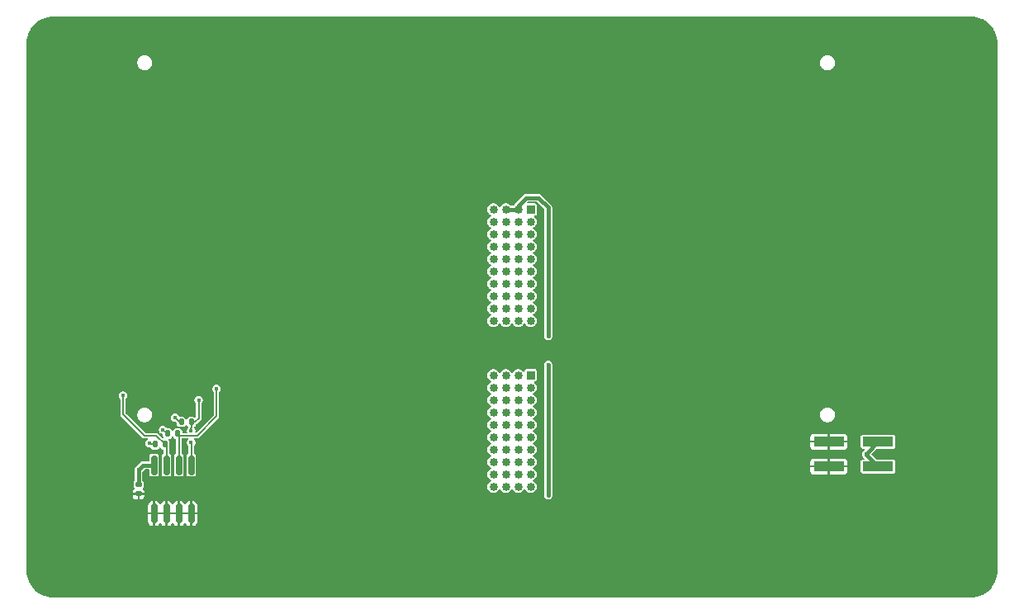
<source format=gbr>
%TF.GenerationSoftware,KiCad,Pcbnew,9.0.3*%
%TF.CreationDate,2025-10-24T12:13:40-04:00*%
%TF.ProjectId,ephys-test-module-molc-64-chan,65706879-732d-4746-9573-742d6d6f6475,B*%
%TF.SameCoordinates,Original*%
%TF.FileFunction,Copper,L1,Top*%
%TF.FilePolarity,Positive*%
%FSLAX46Y46*%
G04 Gerber Fmt 4.6, Leading zero omitted, Abs format (unit mm)*
G04 Created by KiCad (PCBNEW 9.0.3) date 2025-10-24 12:13:40*
%MOMM*%
%LPD*%
G01*
G04 APERTURE LIST*
G04 Aperture macros list*
%AMRoundRect*
0 Rectangle with rounded corners*
0 $1 Rounding radius*
0 $2 $3 $4 $5 $6 $7 $8 $9 X,Y pos of 4 corners*
0 Add a 4 corners polygon primitive as box body*
4,1,4,$2,$3,$4,$5,$6,$7,$8,$9,$2,$3,0*
0 Add four circle primitives for the rounded corners*
1,1,$1+$1,$2,$3*
1,1,$1+$1,$4,$5*
1,1,$1+$1,$6,$7*
1,1,$1+$1,$8,$9*
0 Add four rect primitives between the rounded corners*
20,1,$1+$1,$2,$3,$4,$5,0*
20,1,$1+$1,$4,$5,$6,$7,0*
20,1,$1+$1,$6,$7,$8,$9,0*
20,1,$1+$1,$8,$9,$2,$3,0*%
G04 Aperture macros list end*
%TA.AperFunction,SMDPad,CuDef*%
%ADD10R,3.150000X1.000000*%
%TD*%
%TA.AperFunction,SMDPad,CuDef*%
%ADD11RoundRect,0.135000X-0.135000X-0.185000X0.135000X-0.185000X0.135000X0.185000X-0.135000X0.185000X0*%
%TD*%
%TA.AperFunction,ComponentPad*%
%ADD12R,0.850000X0.850000*%
%TD*%
%TA.AperFunction,ComponentPad*%
%ADD13C,0.850000*%
%TD*%
%TA.AperFunction,SMDPad,CuDef*%
%ADD14RoundRect,0.150000X0.150000X-0.825000X0.150000X0.825000X-0.150000X0.825000X-0.150000X-0.825000X0*%
%TD*%
%TA.AperFunction,SMDPad,CuDef*%
%ADD15RoundRect,0.140000X-0.170000X0.140000X-0.170000X-0.140000X0.170000X-0.140000X0.170000X0.140000X0*%
%TD*%
%TA.AperFunction,ViaPad*%
%ADD16C,0.450000*%
%TD*%
%TA.AperFunction,Conductor*%
%ADD17C,0.400000*%
%TD*%
%TA.AperFunction,Conductor*%
%ADD18C,0.150000*%
%TD*%
G04 APERTURE END LIST*
D10*
%TO.P,J3,1,Pin_1*%
%TO.N,REF*%
X195525000Y-123370000D03*
%TO.P,J3,2,Pin_2*%
%TO.N,GND*%
X190475000Y-123370000D03*
%TO.P,J3,3,Pin_3*%
%TO.N,REF*%
X195525000Y-120830000D03*
%TO.P,J3,4,Pin_4*%
%TO.N,GND*%
X190475000Y-120830000D03*
%TD*%
D11*
%TO.P,R2,1*%
%TO.N,VCC*%
X122690000Y-120000000D03*
%TO.P,R2,2*%
%TO.N,/Test Signal Interface/SCL*%
X123710000Y-120000000D03*
%TD*%
D12*
%TO.P,J1,A1,A1*%
%TO.N,/Headstage Interface/E24*%
X159905000Y-97000000D03*
D13*
%TO.P,J1,A2,A2*%
%TO.N,/Headstage Interface/E25*%
X159905000Y-98270000D03*
%TO.P,J1,A3,A3*%
%TO.N,/Headstage Interface/E26*%
X159905000Y-99540000D03*
%TO.P,J1,A4,A4*%
%TO.N,/Headstage Interface/E27*%
X159905000Y-100810000D03*
%TO.P,J1,A5,A5*%
%TO.N,/Headstage Interface/E28*%
X159905000Y-102080000D03*
%TO.P,J1,A6,A6*%
%TO.N,/Headstage Interface/E30*%
X159905000Y-103350000D03*
%TO.P,J1,A7,A7*%
%TO.N,/Headstage Interface/E16*%
X159905000Y-104620000D03*
%TO.P,J1,A8,A8*%
%TO.N,/Headstage Interface/E18*%
X159905000Y-105890000D03*
%TO.P,J1,A9,A9*%
%TO.N,/Headstage Interface/E20*%
X159905000Y-107160000D03*
%TO.P,J1,A10,A10*%
%TO.N,/Headstage Interface/E22*%
X159905000Y-108430000D03*
%TO.P,J1,B1,B1*%
%TO.N,REF*%
X158635000Y-97000000D03*
%TO.P,J1,B2,B2*%
%TO.N,unconnected-(J1-PadB2)*%
X158635000Y-98270000D03*
%TO.P,J1,B3,B3*%
%TO.N,unconnected-(J1-PadB3)*%
X158635000Y-99540000D03*
%TO.P,J1,B4,B4*%
%TO.N,unconnected-(J1-PadB4)*%
X158635000Y-100810000D03*
%TO.P,J1,B5,B5*%
%TO.N,/Headstage Interface/E29*%
X158635000Y-102080000D03*
%TO.P,J1,B6,B6*%
%TO.N,/Headstage Interface/E31*%
X158635000Y-103350000D03*
%TO.P,J1,B7,B7*%
%TO.N,/Headstage Interface/E17*%
X158635000Y-104620000D03*
%TO.P,J1,B8,B8*%
%TO.N,/Headstage Interface/E19*%
X158635000Y-105890000D03*
%TO.P,J1,B9,B9*%
%TO.N,/Headstage Interface/E21*%
X158635000Y-107160000D03*
%TO.P,J1,B10,B10*%
%TO.N,/Headstage Interface/E23*%
X158635000Y-108430000D03*
%TO.P,J1,C1,C1*%
%TO.N,REF*%
X157365000Y-97000000D03*
%TO.P,J1,C2,C2*%
%TO.N,unconnected-(J1-PadC2)*%
X157365000Y-98270000D03*
%TO.P,J1,C3,C3*%
%TO.N,unconnected-(J1-PadC3)*%
X157365000Y-99540000D03*
%TO.P,J1,C4,C4*%
%TO.N,unconnected-(J1-PadC4)*%
X157365000Y-100810000D03*
%TO.P,J1,C5,C5*%
%TO.N,/Headstage Interface/E4*%
X157365000Y-102080000D03*
%TO.P,J1,C6,C6*%
%TO.N,/Headstage Interface/E6*%
X157365000Y-103350000D03*
%TO.P,J1,C7,C7*%
%TO.N,/Headstage Interface/E8*%
X157365000Y-104620000D03*
%TO.P,J1,C8,C8*%
%TO.N,/Headstage Interface/E10*%
X157365000Y-105890000D03*
%TO.P,J1,C9,C9*%
%TO.N,/Headstage Interface/E12*%
X157365000Y-107160000D03*
%TO.P,J1,C10,C10*%
%TO.N,/Headstage Interface/E14*%
X157365000Y-108430000D03*
%TO.P,J1,D1,D1*%
%TO.N,/Headstage Interface/E0*%
X156095000Y-97000000D03*
%TO.P,J1,D2,D2*%
%TO.N,/Headstage Interface/E1*%
X156095000Y-98270000D03*
%TO.P,J1,D3,D3*%
%TO.N,/Headstage Interface/E2*%
X156095000Y-99540000D03*
%TO.P,J1,D4,D4*%
%TO.N,/Headstage Interface/E3*%
X156095000Y-100810000D03*
%TO.P,J1,D5,D5*%
%TO.N,/Headstage Interface/E5*%
X156095000Y-102080000D03*
%TO.P,J1,D6,D6*%
%TO.N,/Headstage Interface/E7*%
X156095000Y-103350000D03*
%TO.P,J1,D7,D7*%
%TO.N,/Headstage Interface/E9*%
X156095000Y-104620000D03*
%TO.P,J1,D8,D8*%
%TO.N,/Headstage Interface/E11*%
X156095000Y-105890000D03*
%TO.P,J1,D9,D9*%
%TO.N,/Headstage Interface/E13*%
X156095000Y-107160000D03*
%TO.P,J1,D10,D10*%
%TO.N,/Headstage Interface/E15*%
X156095000Y-108430000D03*
%TD*%
D11*
%TO.P,R1,1*%
%TO.N,VCC*%
X121390000Y-121100000D03*
%TO.P,R1,2*%
%TO.N,/Test Signal Interface/WP*%
X122410000Y-121100000D03*
%TD*%
D14*
%TO.P,U1,1,A0*%
%TO.N,GND*%
X121295000Y-128175000D03*
%TO.P,U1,2,A1*%
X122565000Y-128175000D03*
%TO.P,U1,3,A2*%
X123835000Y-128175000D03*
%TO.P,U1,4,GND*%
X125105000Y-128175000D03*
%TO.P,U1,5,SDA*%
%TO.N,/Test Signal Interface/SDA*%
X125105000Y-123225000D03*
%TO.P,U1,6,SCL*%
%TO.N,/Test Signal Interface/SCL*%
X123835000Y-123225000D03*
%TO.P,U1,7,WP*%
%TO.N,/Test Signal Interface/WP*%
X122565000Y-123225000D03*
%TO.P,U1,8,VCC*%
%TO.N,VCC*%
X121295000Y-123225000D03*
%TD*%
D11*
%TO.P,R3,1*%
%TO.N,VCC*%
X124090000Y-118800000D03*
%TO.P,R3,2*%
%TO.N,/Test Signal Interface/SDA*%
X125110000Y-118800000D03*
%TD*%
D12*
%TO.P,J2,A1,A1*%
%TO.N,/Headstage Interface/E56*%
X159905000Y-114000000D03*
D13*
%TO.P,J2,A2,A2*%
%TO.N,/Headstage Interface/E57*%
X159905000Y-115270000D03*
%TO.P,J2,A3,A3*%
%TO.N,/Headstage Interface/E58*%
X159905000Y-116540000D03*
%TO.P,J2,A4,A4*%
%TO.N,/Headstage Interface/E59*%
X159905000Y-117810000D03*
%TO.P,J2,A5,A5*%
%TO.N,/Headstage Interface/E60*%
X159905000Y-119080000D03*
%TO.P,J2,A6,A6*%
%TO.N,/Headstage Interface/E62*%
X159905000Y-120350000D03*
%TO.P,J2,A7,A7*%
%TO.N,/Headstage Interface/E48*%
X159905000Y-121620000D03*
%TO.P,J2,A8,A8*%
%TO.N,/Headstage Interface/E50*%
X159905000Y-122890000D03*
%TO.P,J2,A9,A9*%
%TO.N,/Headstage Interface/E52*%
X159905000Y-124160000D03*
%TO.P,J2,A10,A10*%
%TO.N,/Headstage Interface/E54*%
X159905000Y-125430000D03*
%TO.P,J2,B1,B1*%
%TO.N,REF*%
X158635000Y-114000000D03*
%TO.P,J2,B2,B2*%
%TO.N,unconnected-(J2-PadB2)*%
X158635000Y-115270000D03*
%TO.P,J2,B3,B3*%
%TO.N,unconnected-(J2-PadB3)*%
X158635000Y-116540000D03*
%TO.P,J2,B4,B4*%
%TO.N,unconnected-(J2-PadB4)*%
X158635000Y-117810000D03*
%TO.P,J2,B5,B5*%
%TO.N,/Headstage Interface/E61*%
X158635000Y-119080000D03*
%TO.P,J2,B6,B6*%
%TO.N,/Headstage Interface/E63*%
X158635000Y-120350000D03*
%TO.P,J2,B7,B7*%
%TO.N,/Headstage Interface/E49*%
X158635000Y-121620000D03*
%TO.P,J2,B8,B8*%
%TO.N,/Headstage Interface/E51*%
X158635000Y-122890000D03*
%TO.P,J2,B9,B9*%
%TO.N,/Headstage Interface/E53*%
X158635000Y-124160000D03*
%TO.P,J2,B10,B10*%
%TO.N,/Headstage Interface/E55*%
X158635000Y-125430000D03*
%TO.P,J2,C1,C1*%
%TO.N,REF*%
X157365000Y-114000000D03*
%TO.P,J2,C2,C2*%
%TO.N,unconnected-(J2-PadC2)*%
X157365000Y-115270000D03*
%TO.P,J2,C3,C3*%
%TO.N,unconnected-(J2-PadC3)*%
X157365000Y-116540000D03*
%TO.P,J2,C4,C4*%
%TO.N,unconnected-(J2-PadC4)*%
X157365000Y-117810000D03*
%TO.P,J2,C5,C5*%
%TO.N,/Headstage Interface/E36*%
X157365000Y-119080000D03*
%TO.P,J2,C6,C6*%
%TO.N,/Headstage Interface/E38*%
X157365000Y-120350000D03*
%TO.P,J2,C7,C7*%
%TO.N,/Headstage Interface/E40*%
X157365000Y-121620000D03*
%TO.P,J2,C8,C8*%
%TO.N,/Headstage Interface/E42*%
X157365000Y-122890000D03*
%TO.P,J2,C9,C9*%
%TO.N,/Headstage Interface/E44*%
X157365000Y-124160000D03*
%TO.P,J2,C10,C10*%
%TO.N,/Headstage Interface/E46*%
X157365000Y-125430000D03*
%TO.P,J2,D1,D1*%
%TO.N,/Headstage Interface/E32*%
X156095000Y-114000000D03*
%TO.P,J2,D2,D2*%
%TO.N,/Headstage Interface/E33*%
X156095000Y-115270000D03*
%TO.P,J2,D3,D3*%
%TO.N,/Headstage Interface/E34*%
X156095000Y-116540000D03*
%TO.P,J2,D4,D4*%
%TO.N,/Headstage Interface/E35*%
X156095000Y-117810000D03*
%TO.P,J2,D5,D5*%
%TO.N,/Headstage Interface/E37*%
X156095000Y-119080000D03*
%TO.P,J2,D6,D6*%
%TO.N,/Headstage Interface/E39*%
X156095000Y-120350000D03*
%TO.P,J2,D7,D7*%
%TO.N,/Headstage Interface/E41*%
X156095000Y-121620000D03*
%TO.P,J2,D8,D8*%
%TO.N,/Headstage Interface/E43*%
X156095000Y-122890000D03*
%TO.P,J2,D9,D9*%
%TO.N,/Headstage Interface/E45*%
X156095000Y-124160000D03*
%TO.P,J2,D10,D10*%
%TO.N,/Headstage Interface/E47*%
X156095000Y-125430000D03*
%TD*%
D15*
%TO.P,C1,1*%
%TO.N,VCC*%
X119700000Y-125220000D03*
%TO.P,C1,2*%
%TO.N,GND*%
X119700000Y-126180000D03*
%TD*%
D16*
%TO.N,GND*%
X177000000Y-101400000D03*
X171200000Y-117000000D03*
X165100000Y-120000000D03*
X182400000Y-117000000D03*
X187000000Y-107000000D03*
X165700000Y-103000000D03*
X177600000Y-123300000D03*
X187000000Y-92400000D03*
X177100000Y-92500000D03*
X170800000Y-107600000D03*
X180700000Y-107500000D03*
X165800000Y-111000000D03*
X150200000Y-111000000D03*
X201725000Y-119470000D03*
X113500000Y-81700000D03*
X128900000Y-99600000D03*
X113269807Y-112500000D03*
X133600000Y-117000000D03*
X161400000Y-132300000D03*
X135000000Y-80800000D03*
X138400000Y-123300000D03*
X162500000Y-90500000D03*
X148400000Y-81100000D03*
X135300000Y-107500000D03*
X113800000Y-133900000D03*
X145200000Y-107600000D03*
X179700000Y-132600000D03*
X203200000Y-107500000D03*
X138900000Y-92500000D03*
X150300000Y-103000000D03*
X139000000Y-101400000D03*
X160800000Y-109700000D03*
X128900000Y-133600000D03*
X144800000Y-117000000D03*
X113100000Y-94400000D03*
X203000000Y-80900000D03*
X154400000Y-111100000D03*
X193900000Y-134700000D03*
X154900000Y-92600000D03*
X163400000Y-102900000D03*
X202900000Y-91100000D03*
X129000000Y-107000000D03*
X129000000Y-92400000D03*
X150900000Y-120000000D03*
X184900000Y-80200000D03*
X174067445Y-80221652D03*
X150700000Y-129400000D03*
X141900000Y-133000000D03*
%TO.N,VCC*%
X120800000Y-121000000D03*
X123450000Y-118350000D03*
X119700000Y-123700000D03*
X122200000Y-119600000D03*
%TO.N,/Test Signal Interface/SDA*%
X125863500Y-116536500D03*
X125100000Y-120900000D03*
X125100000Y-119700000D03*
%TO.N,/Test Signal Interface/SCL*%
X127700000Y-115400000D03*
%TO.N,/Test Signal Interface/WP*%
X118100000Y-116100000D03*
%TO.N,REF*%
X161700000Y-126300000D03*
X161700000Y-112900000D03*
X194300000Y-122100000D03*
X161700000Y-110000000D03*
%TD*%
D17*
%TO.N,VCC*%
X119700000Y-125220000D02*
X119700000Y-123700000D01*
D18*
X122600000Y-120000000D02*
X122200000Y-119600000D01*
X120900000Y-121100000D02*
X120800000Y-121000000D01*
X121390000Y-121100000D02*
X120900000Y-121100000D01*
X123900000Y-118800000D02*
X123450000Y-118350000D01*
D17*
X120175000Y-123225000D02*
X119700000Y-123700000D01*
X121295000Y-123225000D02*
X120175000Y-123225000D01*
D18*
%TO.N,/Test Signal Interface/SDA*%
X125863500Y-116536500D02*
X125863500Y-118436500D01*
X125863500Y-118436500D02*
X125500000Y-118800000D01*
X125110000Y-119390000D02*
X125110000Y-118800000D01*
X125100000Y-119400000D02*
X125110000Y-119390000D01*
X125105000Y-123225000D02*
X125105000Y-120905000D01*
X125100000Y-119700000D02*
X125100000Y-119400000D01*
X125500000Y-118800000D02*
X125110000Y-118800000D01*
X125105000Y-120905000D02*
X125100000Y-120900000D01*
%TO.N,/Test Signal Interface/SCL*%
X123910000Y-120200000D02*
X123710000Y-120000000D01*
X123835000Y-123225000D02*
X123835000Y-120125000D01*
X127700000Y-115400000D02*
X127700000Y-118200000D01*
X125700000Y-120200000D02*
X123910000Y-120200000D01*
X127700000Y-118200000D02*
X125700000Y-120200000D01*
%TO.N,/Test Signal Interface/WP*%
X121510000Y-120200000D02*
X122410000Y-121100000D01*
X118100000Y-118000000D02*
X120300000Y-120200000D01*
X118100000Y-116100000D02*
X118100000Y-118000000D01*
X122565000Y-123225000D02*
X122565000Y-121255000D01*
X120300000Y-120200000D02*
X121510000Y-120200000D01*
D17*
%TO.N,REF*%
X159400000Y-95800000D02*
X158635000Y-96565000D01*
X158635000Y-97000000D02*
X157365000Y-97000000D01*
X160700000Y-95800000D02*
X159400000Y-95800000D01*
X194300000Y-122100000D02*
X194300000Y-122055000D01*
X194300000Y-122055000D02*
X195525000Y-120830000D01*
X161700000Y-126300000D02*
X161700000Y-112900000D01*
X161700000Y-96800000D02*
X160700000Y-95800000D01*
X194300000Y-122145000D02*
X195525000Y-123370000D01*
X194300000Y-122100000D02*
X194300000Y-122145000D01*
X158635000Y-96565000D02*
X158635000Y-97000000D01*
X161700000Y-110000000D02*
X161700000Y-96800000D01*
%TD*%
%TA.AperFunction,Conductor*%
%TO.N,GND*%
G36*
X205002065Y-77200615D02*
G01*
X205309309Y-77217870D01*
X205317543Y-77218799D01*
X205618855Y-77269993D01*
X205626923Y-77271834D01*
X205920633Y-77356451D01*
X205928447Y-77359185D01*
X206210817Y-77476147D01*
X206218293Y-77479747D01*
X206485784Y-77627584D01*
X206492808Y-77631997D01*
X206742086Y-77808869D01*
X206748554Y-77814028D01*
X206901670Y-77950862D01*
X206976446Y-78017686D01*
X206982313Y-78023553D01*
X207065033Y-78116116D01*
X207185969Y-78251443D01*
X207191132Y-78257915D01*
X207346337Y-78476657D01*
X207368000Y-78507188D01*
X207372415Y-78514215D01*
X207520252Y-78781706D01*
X207523852Y-78789182D01*
X207640810Y-79071543D01*
X207643551Y-79079376D01*
X207728162Y-79373065D01*
X207730008Y-79381156D01*
X207781199Y-79682450D01*
X207782129Y-79690696D01*
X207799384Y-79997934D01*
X207799500Y-80002083D01*
X207799500Y-133997916D01*
X207799384Y-134002065D01*
X207782129Y-134309303D01*
X207781199Y-134317549D01*
X207730008Y-134618843D01*
X207728162Y-134626934D01*
X207643551Y-134920623D01*
X207640810Y-134928456D01*
X207523852Y-135210817D01*
X207520252Y-135218293D01*
X207372415Y-135485784D01*
X207368000Y-135492811D01*
X207191138Y-135742076D01*
X207185963Y-135748564D01*
X206982313Y-135976446D01*
X206976446Y-135982313D01*
X206748564Y-136185963D01*
X206742076Y-136191138D01*
X206492811Y-136368000D01*
X206485784Y-136372415D01*
X206218293Y-136520252D01*
X206210817Y-136523852D01*
X205928456Y-136640810D01*
X205920623Y-136643551D01*
X205626934Y-136728162D01*
X205618843Y-136730008D01*
X205317549Y-136781199D01*
X205309303Y-136782129D01*
X205002066Y-136799384D01*
X204997917Y-136799500D01*
X111002083Y-136799500D01*
X110997934Y-136799384D01*
X110690696Y-136782129D01*
X110682450Y-136781199D01*
X110381156Y-136730008D01*
X110373065Y-136728162D01*
X110079376Y-136643551D01*
X110071543Y-136640810D01*
X109789182Y-136523852D01*
X109781706Y-136520252D01*
X109514215Y-136372415D01*
X109507188Y-136368000D01*
X109363715Y-136266201D01*
X109257915Y-136191132D01*
X109251443Y-136185969D01*
X109062260Y-136016904D01*
X109023553Y-135982313D01*
X109017686Y-135976446D01*
X108950862Y-135901670D01*
X108814028Y-135748554D01*
X108808869Y-135742086D01*
X108631997Y-135492808D01*
X108627584Y-135485784D01*
X108610565Y-135454991D01*
X108479747Y-135218293D01*
X108476147Y-135210817D01*
X108450347Y-135148531D01*
X108359185Y-134928447D01*
X108356451Y-134920633D01*
X108271834Y-134626923D01*
X108269993Y-134618855D01*
X108218799Y-134317543D01*
X108217870Y-134309303D01*
X108200616Y-134002065D01*
X108200500Y-133997916D01*
X108200500Y-129054205D01*
X120695001Y-129054205D01*
X120697850Y-129084602D01*
X120697852Y-129084611D01*
X120742652Y-129212643D01*
X120823207Y-129321791D01*
X120823208Y-129321792D01*
X120932356Y-129402347D01*
X120932355Y-129402347D01*
X121060385Y-129447146D01*
X121060393Y-129447148D01*
X121090803Y-129449999D01*
X121195000Y-129449999D01*
X121395000Y-129449999D01*
X121499194Y-129449999D01*
X121499205Y-129449998D01*
X121529602Y-129447149D01*
X121529611Y-129447147D01*
X121657643Y-129402347D01*
X121766791Y-129321792D01*
X121766792Y-129321791D01*
X121847345Y-129212646D01*
X121860152Y-129176047D01*
X121897892Y-129133816D01*
X121954440Y-129130639D01*
X121996671Y-129168379D01*
X121999848Y-129176047D01*
X122012654Y-129212646D01*
X122093207Y-129321791D01*
X122093208Y-129321792D01*
X122202356Y-129402347D01*
X122202355Y-129402347D01*
X122330385Y-129447146D01*
X122330393Y-129447148D01*
X122360803Y-129449999D01*
X122465000Y-129449999D01*
X122665000Y-129449999D01*
X122769194Y-129449999D01*
X122769205Y-129449998D01*
X122799602Y-129447149D01*
X122799611Y-129447147D01*
X122927643Y-129402347D01*
X123036791Y-129321792D01*
X123036792Y-129321791D01*
X123117345Y-129212646D01*
X123130152Y-129176047D01*
X123167892Y-129133816D01*
X123224440Y-129130639D01*
X123266671Y-129168379D01*
X123269848Y-129176047D01*
X123282654Y-129212646D01*
X123363207Y-129321791D01*
X123363208Y-129321792D01*
X123472356Y-129402347D01*
X123472355Y-129402347D01*
X123600385Y-129447146D01*
X123600393Y-129447148D01*
X123630803Y-129449999D01*
X123735000Y-129449999D01*
X123935000Y-129449999D01*
X124039194Y-129449999D01*
X124039205Y-129449998D01*
X124069602Y-129447149D01*
X124069611Y-129447147D01*
X124197643Y-129402347D01*
X124306791Y-129321792D01*
X124306792Y-129321791D01*
X124387345Y-129212646D01*
X124400152Y-129176047D01*
X124437892Y-129133816D01*
X124494440Y-129130639D01*
X124536671Y-129168379D01*
X124539848Y-129176047D01*
X124552654Y-129212646D01*
X124633207Y-129321791D01*
X124633208Y-129321792D01*
X124742356Y-129402347D01*
X124742355Y-129402347D01*
X124870385Y-129447146D01*
X124870393Y-129447148D01*
X124900803Y-129449999D01*
X125005000Y-129449999D01*
X125205000Y-129449999D01*
X125309194Y-129449999D01*
X125309205Y-129449998D01*
X125339602Y-129447149D01*
X125339611Y-129447147D01*
X125467643Y-129402347D01*
X125576791Y-129321792D01*
X125576792Y-129321791D01*
X125657347Y-129212643D01*
X125702146Y-129084614D01*
X125702148Y-129084606D01*
X125704999Y-129054198D01*
X125705000Y-129054197D01*
X125705000Y-128275000D01*
X125205000Y-128275000D01*
X125205000Y-129449999D01*
X125005000Y-129449999D01*
X125005000Y-128275000D01*
X124480498Y-128275000D01*
X124470001Y-128279348D01*
X124469996Y-128279345D01*
X124469991Y-128279348D01*
X124459497Y-128275000D01*
X123935000Y-128275000D01*
X123935000Y-129449999D01*
X123735000Y-129449999D01*
X123735000Y-128275000D01*
X123210498Y-128275000D01*
X123200001Y-128279348D01*
X123199996Y-128279345D01*
X123199991Y-128279348D01*
X123189497Y-128275000D01*
X122665000Y-128275000D01*
X122665000Y-129449999D01*
X122465000Y-129449999D01*
X122465000Y-128275000D01*
X121940498Y-128275000D01*
X121930001Y-128279348D01*
X121929996Y-128279345D01*
X121929991Y-128279348D01*
X121919497Y-128275000D01*
X121395000Y-128275000D01*
X121395000Y-129449999D01*
X121195000Y-129449999D01*
X121195000Y-128275000D01*
X120695001Y-128275000D01*
X120695001Y-129054205D01*
X108200500Y-129054205D01*
X108200500Y-127295801D01*
X120695000Y-127295801D01*
X120695000Y-128075000D01*
X121195000Y-128075000D01*
X121395000Y-128075000D01*
X121919494Y-128075000D01*
X121929990Y-128070651D01*
X121929994Y-128070652D01*
X121929998Y-128070651D01*
X121940498Y-128075000D01*
X122465000Y-128075000D01*
X122665000Y-128075000D01*
X123189494Y-128075000D01*
X123199990Y-128070651D01*
X123199994Y-128070652D01*
X123199998Y-128070651D01*
X123210498Y-128075000D01*
X123735000Y-128075000D01*
X123935000Y-128075000D01*
X124459494Y-128075000D01*
X124469990Y-128070651D01*
X124469994Y-128070652D01*
X124469998Y-128070651D01*
X124480498Y-128075000D01*
X125005000Y-128075000D01*
X125205000Y-128075000D01*
X125704999Y-128075000D01*
X125704999Y-127295806D01*
X125704998Y-127295794D01*
X125702149Y-127265397D01*
X125702147Y-127265388D01*
X125657347Y-127137356D01*
X125576792Y-127028208D01*
X125576791Y-127028207D01*
X125467643Y-126947652D01*
X125467644Y-126947652D01*
X125339614Y-126902853D01*
X125339606Y-126902851D01*
X125309198Y-126900000D01*
X125205000Y-126900000D01*
X125205000Y-128075000D01*
X125005000Y-128075000D01*
X125005000Y-126900000D01*
X124900806Y-126900000D01*
X124900793Y-126900001D01*
X124870397Y-126902850D01*
X124870388Y-126902852D01*
X124742356Y-126947652D01*
X124633208Y-127028207D01*
X124633207Y-127028208D01*
X124552653Y-127137355D01*
X124539847Y-127173953D01*
X124502107Y-127216184D01*
X124445559Y-127219359D01*
X124403328Y-127181619D01*
X124400153Y-127173953D01*
X124387346Y-127137355D01*
X124306792Y-127028208D01*
X124306791Y-127028207D01*
X124197643Y-126947652D01*
X124197644Y-126947652D01*
X124069614Y-126902853D01*
X124069606Y-126902851D01*
X124039198Y-126900000D01*
X123935000Y-126900000D01*
X123935000Y-128075000D01*
X123735000Y-128075000D01*
X123735000Y-126900000D01*
X123630806Y-126900000D01*
X123630793Y-126900001D01*
X123600397Y-126902850D01*
X123600388Y-126902852D01*
X123472356Y-126947652D01*
X123363208Y-127028207D01*
X123363207Y-127028208D01*
X123282653Y-127137355D01*
X123269847Y-127173953D01*
X123232107Y-127216184D01*
X123175559Y-127219359D01*
X123133328Y-127181619D01*
X123130153Y-127173953D01*
X123117346Y-127137355D01*
X123036792Y-127028208D01*
X123036791Y-127028207D01*
X122927643Y-126947652D01*
X122927644Y-126947652D01*
X122799614Y-126902853D01*
X122799606Y-126902851D01*
X122769198Y-126900000D01*
X122665000Y-126900000D01*
X122665000Y-128075000D01*
X122465000Y-128075000D01*
X122465000Y-126900000D01*
X122360806Y-126900000D01*
X122360793Y-126900001D01*
X122330397Y-126902850D01*
X122330388Y-126902852D01*
X122202356Y-126947652D01*
X122093208Y-127028207D01*
X122093207Y-127028208D01*
X122012653Y-127137355D01*
X121999847Y-127173953D01*
X121962107Y-127216184D01*
X121905559Y-127219359D01*
X121863328Y-127181619D01*
X121860153Y-127173953D01*
X121847346Y-127137355D01*
X121766792Y-127028208D01*
X121766791Y-127028207D01*
X121657643Y-126947652D01*
X121657644Y-126947652D01*
X121529614Y-126902853D01*
X121529606Y-126902851D01*
X121499198Y-126900000D01*
X121395000Y-126900000D01*
X121395000Y-128075000D01*
X121195000Y-128075000D01*
X121195000Y-126900000D01*
X121090806Y-126900000D01*
X121090793Y-126900001D01*
X121060397Y-126902850D01*
X121060388Y-126902852D01*
X120932356Y-126947652D01*
X120823208Y-127028207D01*
X120823207Y-127028208D01*
X120742652Y-127137356D01*
X120697853Y-127265385D01*
X120697851Y-127265393D01*
X120695000Y-127295801D01*
X108200500Y-127295801D01*
X108200500Y-126373007D01*
X119090001Y-126373007D01*
X119092786Y-126402721D01*
X119092787Y-126402728D01*
X119136594Y-126527919D01*
X119215358Y-126634640D01*
X119215359Y-126634641D01*
X119322080Y-126713405D01*
X119447268Y-126757211D01*
X119447273Y-126757212D01*
X119477002Y-126759999D01*
X119600000Y-126759999D01*
X119800000Y-126759999D01*
X119922993Y-126759999D01*
X119923007Y-126759998D01*
X119952721Y-126757213D01*
X119952728Y-126757212D01*
X120077919Y-126713405D01*
X120184640Y-126634641D01*
X120184641Y-126634640D01*
X120263405Y-126527919D01*
X120307211Y-126402731D01*
X120307212Y-126402726D01*
X120309999Y-126372997D01*
X120310000Y-126372996D01*
X120310000Y-126280000D01*
X119800000Y-126280000D01*
X119800000Y-126759999D01*
X119600000Y-126759999D01*
X119600000Y-126280000D01*
X119090001Y-126280000D01*
X119090001Y-126373007D01*
X108200500Y-126373007D01*
X108200500Y-125987002D01*
X119090000Y-125987002D01*
X119090000Y-126080000D01*
X120309999Y-126080000D01*
X120309999Y-125987007D01*
X120309998Y-125986992D01*
X120307213Y-125957278D01*
X120307212Y-125957271D01*
X120263405Y-125832080D01*
X120184641Y-125725359D01*
X120184640Y-125725358D01*
X120139641Y-125692147D01*
X120110410Y-125643636D01*
X120124044Y-125588664D01*
X120131252Y-125580287D01*
X120153224Y-125558316D01*
X120203972Y-125449487D01*
X120210500Y-125399901D01*
X120210499Y-125040100D01*
X120203972Y-124990513D01*
X120153224Y-124881684D01*
X120122174Y-124850634D01*
X120100500Y-124798308D01*
X120100500Y-123896545D01*
X120122174Y-123844219D01*
X120319219Y-123647174D01*
X120371545Y-123625500D01*
X120720500Y-123625500D01*
X120772826Y-123647174D01*
X120794500Y-123699500D01*
X120794500Y-124083264D01*
X120804427Y-124151393D01*
X120804427Y-124151394D01*
X120855801Y-124256482D01*
X120855802Y-124256483D01*
X120938517Y-124339198D01*
X121043607Y-124390573D01*
X121111740Y-124400500D01*
X121111746Y-124400500D01*
X121478254Y-124400500D01*
X121478260Y-124400500D01*
X121546393Y-124390573D01*
X121651483Y-124339198D01*
X121734198Y-124256483D01*
X121785573Y-124151393D01*
X121795500Y-124083260D01*
X121795500Y-122366740D01*
X121785573Y-122298607D01*
X121734198Y-122193517D01*
X121651483Y-122110802D01*
X121651482Y-122110801D01*
X121546394Y-122059427D01*
X121478264Y-122049500D01*
X121478260Y-122049500D01*
X121111740Y-122049500D01*
X121111735Y-122049500D01*
X121043606Y-122059427D01*
X121043605Y-122059427D01*
X120938517Y-122110801D01*
X120855801Y-122193517D01*
X120804427Y-122298605D01*
X120804427Y-122298606D01*
X120794500Y-122366735D01*
X120794500Y-122750500D01*
X120772826Y-122802826D01*
X120720500Y-122824500D01*
X120122271Y-122824500D01*
X120020417Y-122851791D01*
X120020408Y-122851795D01*
X119929086Y-122904520D01*
X119529275Y-123304330D01*
X119513950Y-123316090D01*
X119438739Y-123359513D01*
X119359515Y-123438736D01*
X119303499Y-123535758D01*
X119303495Y-123535767D01*
X119274500Y-123643979D01*
X119274500Y-123756020D01*
X119296978Y-123839907D01*
X119299500Y-123859060D01*
X119299500Y-124798308D01*
X119277826Y-124850634D01*
X119246776Y-124881683D01*
X119196027Y-124990514D01*
X119189500Y-125040100D01*
X119189500Y-125399899D01*
X119196027Y-125449485D01*
X119196028Y-125449487D01*
X119246776Y-125558316D01*
X119268741Y-125580281D01*
X119290415Y-125632607D01*
X119268741Y-125684933D01*
X119260359Y-125692147D01*
X119215357Y-125725360D01*
X119136594Y-125832080D01*
X119092788Y-125957268D01*
X119092787Y-125957273D01*
X119090000Y-125987002D01*
X108200500Y-125987002D01*
X108200500Y-116043979D01*
X117674500Y-116043979D01*
X117674500Y-116156020D01*
X117703495Y-116264232D01*
X117703499Y-116264241D01*
X117759515Y-116361263D01*
X117802826Y-116404574D01*
X117824500Y-116456900D01*
X117824500Y-118054800D01*
X117866443Y-118156058D01*
X120066443Y-120356058D01*
X120143942Y-120433557D01*
X120245200Y-120475500D01*
X120581288Y-120475500D01*
X120633614Y-120497174D01*
X120655288Y-120549500D01*
X120633614Y-120601826D01*
X120618288Y-120613586D01*
X120538736Y-120659515D01*
X120459515Y-120738736D01*
X120403499Y-120835758D01*
X120403495Y-120835767D01*
X120374500Y-120943979D01*
X120374500Y-121056020D01*
X120403495Y-121164232D01*
X120403496Y-121164235D01*
X120403497Y-121164237D01*
X120459515Y-121261263D01*
X120538737Y-121340485D01*
X120635763Y-121396503D01*
X120743979Y-121425499D01*
X120743980Y-121425500D01*
X120743982Y-121425500D01*
X120856018Y-121425500D01*
X120879879Y-121419106D01*
X120936030Y-121426497D01*
X120966098Y-121459309D01*
X120975935Y-121480404D01*
X121059596Y-121564065D01*
X121166827Y-121614068D01*
X121215684Y-121620500D01*
X121215686Y-121620500D01*
X121564314Y-121620500D01*
X121564316Y-121620500D01*
X121613173Y-121614068D01*
X121720404Y-121564065D01*
X121804065Y-121480404D01*
X121832933Y-121418495D01*
X121874690Y-121380232D01*
X121931273Y-121382702D01*
X121967067Y-121418496D01*
X121995933Y-121480402D01*
X121995935Y-121480404D01*
X122079596Y-121564065D01*
X122186827Y-121614068D01*
X122225158Y-121619114D01*
X122274208Y-121647432D01*
X122289500Y-121692481D01*
X122289500Y-122025018D01*
X122267826Y-122077344D01*
X122248001Y-122091498D01*
X122208520Y-122110799D01*
X122208517Y-122110801D01*
X122125801Y-122193517D01*
X122074427Y-122298605D01*
X122074427Y-122298606D01*
X122064500Y-122366735D01*
X122064500Y-124083264D01*
X122074427Y-124151393D01*
X122074427Y-124151394D01*
X122125801Y-124256482D01*
X122125802Y-124256483D01*
X122208517Y-124339198D01*
X122313607Y-124390573D01*
X122381740Y-124400500D01*
X122381746Y-124400500D01*
X122748254Y-124400500D01*
X122748260Y-124400500D01*
X122816393Y-124390573D01*
X122921483Y-124339198D01*
X123004198Y-124256483D01*
X123055573Y-124151393D01*
X123065500Y-124083260D01*
X123065500Y-122366740D01*
X123055573Y-122298607D01*
X123004198Y-122193517D01*
X122921483Y-122110802D01*
X122921482Y-122110801D01*
X122921479Y-122110799D01*
X122881999Y-122091498D01*
X122844509Y-122049045D01*
X122840500Y-122025018D01*
X122840500Y-121461565D01*
X122847433Y-121430291D01*
X122852933Y-121418496D01*
X122874068Y-121373173D01*
X122880500Y-121324316D01*
X122880500Y-120875684D01*
X122874068Y-120826827D01*
X122824065Y-120719596D01*
X122751295Y-120646826D01*
X122729621Y-120594500D01*
X122751295Y-120542174D01*
X122803621Y-120520500D01*
X122864314Y-120520500D01*
X122864316Y-120520500D01*
X122913173Y-120514068D01*
X123020404Y-120464065D01*
X123104065Y-120380404D01*
X123132933Y-120318495D01*
X123174690Y-120280232D01*
X123231273Y-120282702D01*
X123267066Y-120318495D01*
X123274709Y-120334886D01*
X123295933Y-120380402D01*
X123295935Y-120380404D01*
X123379596Y-120464065D01*
X123486827Y-120514068D01*
X123495156Y-120515164D01*
X123544205Y-120543479D01*
X123559500Y-120588531D01*
X123559500Y-122025018D01*
X123537826Y-122077344D01*
X123518001Y-122091498D01*
X123478520Y-122110799D01*
X123478517Y-122110801D01*
X123395801Y-122193517D01*
X123344427Y-122298605D01*
X123344427Y-122298606D01*
X123334500Y-122366735D01*
X123334500Y-124083264D01*
X123344427Y-124151393D01*
X123344427Y-124151394D01*
X123395801Y-124256482D01*
X123395802Y-124256483D01*
X123478517Y-124339198D01*
X123583607Y-124390573D01*
X123651740Y-124400500D01*
X123651746Y-124400500D01*
X124018254Y-124400500D01*
X124018260Y-124400500D01*
X124086393Y-124390573D01*
X124191483Y-124339198D01*
X124274198Y-124256483D01*
X124325573Y-124151393D01*
X124335500Y-124083260D01*
X124335500Y-122366740D01*
X124325573Y-122298607D01*
X124274198Y-122193517D01*
X124191483Y-122110802D01*
X124191482Y-122110801D01*
X124191479Y-122110799D01*
X124151999Y-122091498D01*
X124114509Y-122049045D01*
X124110500Y-122025018D01*
X124110500Y-120549500D01*
X124132174Y-120497174D01*
X124184500Y-120475500D01*
X124744100Y-120475500D01*
X124796426Y-120497174D01*
X124818100Y-120549500D01*
X124796426Y-120601826D01*
X124759515Y-120638736D01*
X124703499Y-120735758D01*
X124703495Y-120735767D01*
X124674500Y-120843979D01*
X124674500Y-120956020D01*
X124703495Y-121064232D01*
X124703499Y-121064241D01*
X124759515Y-121161263D01*
X124807826Y-121209574D01*
X124829500Y-121261900D01*
X124829500Y-122025018D01*
X124807826Y-122077344D01*
X124788001Y-122091498D01*
X124748520Y-122110799D01*
X124748517Y-122110801D01*
X124665801Y-122193517D01*
X124614427Y-122298605D01*
X124614427Y-122298606D01*
X124604500Y-122366735D01*
X124604500Y-124083264D01*
X124614427Y-124151393D01*
X124614427Y-124151394D01*
X124665801Y-124256482D01*
X124665802Y-124256483D01*
X124748517Y-124339198D01*
X124853607Y-124390573D01*
X124921740Y-124400500D01*
X124921746Y-124400500D01*
X125288254Y-124400500D01*
X125288260Y-124400500D01*
X125356393Y-124390573D01*
X125461483Y-124339198D01*
X125544198Y-124256483D01*
X125595573Y-124151393D01*
X125605500Y-124083260D01*
X125605500Y-122366740D01*
X125595573Y-122298607D01*
X125544198Y-122193517D01*
X125461483Y-122110802D01*
X125461482Y-122110801D01*
X125461479Y-122110799D01*
X125421999Y-122091498D01*
X125384509Y-122049045D01*
X125380500Y-122025018D01*
X125380500Y-121251900D01*
X125402174Y-121199574D01*
X125440485Y-121161263D01*
X125496503Y-121064237D01*
X125525499Y-120956020D01*
X125525500Y-120956020D01*
X125525500Y-120843980D01*
X125525499Y-120843979D01*
X125520903Y-120826828D01*
X125496503Y-120735763D01*
X125440485Y-120638737D01*
X125403574Y-120601826D01*
X125381900Y-120549500D01*
X125403574Y-120497174D01*
X125455900Y-120475500D01*
X125754798Y-120475500D01*
X125754800Y-120475500D01*
X125856058Y-120433557D01*
X125933557Y-120356058D01*
X125933556Y-120356058D01*
X125968517Y-120321097D01*
X125968516Y-120321097D01*
X127933557Y-118356059D01*
X127952428Y-118310500D01*
X127975500Y-118254800D01*
X127975500Y-115756900D01*
X127997174Y-115704574D01*
X127998253Y-115703495D01*
X128040485Y-115661263D01*
X128096503Y-115564237D01*
X128125500Y-115456018D01*
X128125500Y-115343982D01*
X128125500Y-115343980D01*
X128125499Y-115343979D01*
X128122183Y-115331605D01*
X128096503Y-115235763D01*
X128040485Y-115138737D01*
X127961263Y-115059515D01*
X127933542Y-115043510D01*
X127864241Y-115003499D01*
X127864232Y-115003495D01*
X127756020Y-114974500D01*
X127756018Y-114974500D01*
X127643982Y-114974500D01*
X127643980Y-114974500D01*
X127535767Y-115003495D01*
X127535758Y-115003499D01*
X127438736Y-115059515D01*
X127359515Y-115138736D01*
X127303499Y-115235758D01*
X127303495Y-115235767D01*
X127274500Y-115343979D01*
X127274500Y-115456020D01*
X127303495Y-115564232D01*
X127303499Y-115564241D01*
X127359515Y-115661263D01*
X127402826Y-115704574D01*
X127424500Y-115756900D01*
X127424500Y-118055232D01*
X127402826Y-118107558D01*
X125637012Y-119873372D01*
X125584686Y-119895046D01*
X125532360Y-119873372D01*
X125510686Y-119821046D01*
X125513208Y-119801893D01*
X125520230Y-119775685D01*
X125525499Y-119756020D01*
X125525500Y-119756020D01*
X125525500Y-119643980D01*
X125525499Y-119643979D01*
X125522908Y-119634311D01*
X125496503Y-119535763D01*
X125440485Y-119438737D01*
X125407174Y-119405426D01*
X125385500Y-119353100D01*
X125385500Y-119336810D01*
X125407174Y-119284484D01*
X125428224Y-119269744D01*
X125440404Y-119264065D01*
X125524065Y-119180404D01*
X125565174Y-119092244D01*
X125603921Y-119055152D01*
X125656058Y-119033557D01*
X125733557Y-118956058D01*
X125733556Y-118956058D01*
X126097058Y-118592558D01*
X126139000Y-118491300D01*
X126139000Y-118381700D01*
X126139000Y-116893400D01*
X126160674Y-116841074D01*
X126165465Y-116836283D01*
X126203985Y-116797763D01*
X126260003Y-116700737D01*
X126288999Y-116592520D01*
X126289000Y-116592520D01*
X126289000Y-116480480D01*
X126288999Y-116480479D01*
X126288440Y-116478394D01*
X126260003Y-116372263D01*
X126203985Y-116275237D01*
X126124763Y-116196015D01*
X126055490Y-116156020D01*
X126027741Y-116139999D01*
X126027732Y-116139995D01*
X125919520Y-116111000D01*
X125919518Y-116111000D01*
X125807482Y-116111000D01*
X125807480Y-116111000D01*
X125699267Y-116139995D01*
X125699258Y-116139999D01*
X125602236Y-116196015D01*
X125523015Y-116275236D01*
X125466999Y-116372258D01*
X125466995Y-116372267D01*
X125438000Y-116480479D01*
X125438000Y-116592520D01*
X125466995Y-116700732D01*
X125466999Y-116700741D01*
X125523015Y-116797763D01*
X125566326Y-116841074D01*
X125588000Y-116893400D01*
X125588000Y-118291731D01*
X125566326Y-118344057D01*
X125559752Y-118350631D01*
X125507426Y-118372305D01*
X125455100Y-118350631D01*
X125440404Y-118335935D01*
X125411344Y-118322384D01*
X125333173Y-118285932D01*
X125333171Y-118285931D01*
X125297178Y-118281193D01*
X125284316Y-118279500D01*
X124935684Y-118279500D01*
X124924318Y-118280996D01*
X124886828Y-118285931D01*
X124779595Y-118335935D01*
X124695935Y-118419595D01*
X124688519Y-118435500D01*
X124668451Y-118478537D01*
X124667067Y-118481504D01*
X124625309Y-118519767D01*
X124568726Y-118517297D01*
X124532933Y-118481504D01*
X124504065Y-118419596D01*
X124420404Y-118335935D01*
X124313173Y-118285932D01*
X124313171Y-118285931D01*
X124277178Y-118281193D01*
X124264316Y-118279500D01*
X123928402Y-118279500D01*
X123876076Y-118257826D01*
X123856924Y-118224653D01*
X123846504Y-118185766D01*
X123846502Y-118185761D01*
X123790484Y-118088736D01*
X123711263Y-118009515D01*
X123614241Y-117953499D01*
X123614232Y-117953495D01*
X123506020Y-117924500D01*
X123506018Y-117924500D01*
X123393982Y-117924500D01*
X123393980Y-117924500D01*
X123285767Y-117953495D01*
X123285758Y-117953499D01*
X123188736Y-118009515D01*
X123109515Y-118088736D01*
X123053499Y-118185758D01*
X123053495Y-118185767D01*
X123024500Y-118293979D01*
X123024500Y-118406020D01*
X123053495Y-118514232D01*
X123053499Y-118514241D01*
X123060108Y-118525688D01*
X123109515Y-118611263D01*
X123188737Y-118690485D01*
X123285763Y-118746503D01*
X123393979Y-118775499D01*
X123393980Y-118775500D01*
X123393982Y-118775500D01*
X123455232Y-118775500D01*
X123507558Y-118797174D01*
X123597826Y-118887441D01*
X123619500Y-118939767D01*
X123619500Y-119024316D01*
X123620717Y-119033557D01*
X123625931Y-119073171D01*
X123625932Y-119073173D01*
X123675935Y-119180404D01*
X123759596Y-119264065D01*
X123866827Y-119314068D01*
X123915684Y-119320500D01*
X123915686Y-119320500D01*
X124264314Y-119320500D01*
X124264316Y-119320500D01*
X124313173Y-119314068D01*
X124420404Y-119264065D01*
X124504065Y-119180404D01*
X124532933Y-119118495D01*
X124574690Y-119080232D01*
X124631273Y-119082702D01*
X124667067Y-119118496D01*
X124695933Y-119180402D01*
X124779597Y-119264066D01*
X124782819Y-119265568D01*
X124784746Y-119267671D01*
X124784899Y-119267778D01*
X124784875Y-119267811D01*
X124794108Y-119277886D01*
X124808833Y-119285790D01*
X124811633Y-119297009D01*
X124821085Y-119307323D01*
X124825180Y-119340017D01*
X124824711Y-119344689D01*
X124824500Y-119345200D01*
X124824500Y-119346800D01*
X124824131Y-119350481D01*
X124812355Y-119372420D01*
X124802826Y-119395426D01*
X124759515Y-119438736D01*
X124703499Y-119535758D01*
X124703495Y-119535767D01*
X124674500Y-119643979D01*
X124674500Y-119756020D01*
X124694684Y-119831347D01*
X124687292Y-119887500D01*
X124642359Y-119921978D01*
X124623206Y-119924500D01*
X124254500Y-119924500D01*
X124202174Y-119902826D01*
X124180500Y-119850500D01*
X124180500Y-119775685D01*
X124178994Y-119764241D01*
X124174068Y-119726827D01*
X124124065Y-119619596D01*
X124040404Y-119535935D01*
X123933173Y-119485932D01*
X123933171Y-119485931D01*
X123897178Y-119481193D01*
X123884316Y-119479500D01*
X123535684Y-119479500D01*
X123524318Y-119480996D01*
X123486828Y-119485931D01*
X123379595Y-119535935D01*
X123295935Y-119619595D01*
X123267067Y-119681504D01*
X123225309Y-119719767D01*
X123168726Y-119717297D01*
X123132933Y-119681504D01*
X123132914Y-119681463D01*
X123104065Y-119619596D01*
X123020404Y-119535935D01*
X122913173Y-119485932D01*
X122913171Y-119485931D01*
X122877178Y-119481193D01*
X122864316Y-119479500D01*
X122864314Y-119479500D01*
X122664064Y-119479500D01*
X122611738Y-119457826D01*
X122599561Y-119439598D01*
X122598928Y-119439964D01*
X122578987Y-119405426D01*
X122540485Y-119338737D01*
X122461263Y-119259515D01*
X122364241Y-119203499D01*
X122364232Y-119203495D01*
X122256020Y-119174500D01*
X122256018Y-119174500D01*
X122143982Y-119174500D01*
X122143980Y-119174500D01*
X122035767Y-119203495D01*
X122035758Y-119203499D01*
X121938736Y-119259515D01*
X121859515Y-119338736D01*
X121803499Y-119435758D01*
X121803495Y-119435767D01*
X121774500Y-119543979D01*
X121774500Y-119656020D01*
X121803495Y-119764232D01*
X121803499Y-119764241D01*
X121821655Y-119795688D01*
X121859515Y-119861263D01*
X121938737Y-119940485D01*
X122035763Y-119996503D01*
X122143979Y-120025499D01*
X122143980Y-120025500D01*
X122143982Y-120025500D01*
X122145500Y-120025500D01*
X122146208Y-120025793D01*
X122148789Y-120026133D01*
X122148697Y-120026824D01*
X122197826Y-120047174D01*
X122219500Y-120099500D01*
X122219500Y-120224314D01*
X122225931Y-120273171D01*
X122225932Y-120273173D01*
X122248279Y-120321097D01*
X122269751Y-120367142D01*
X122272221Y-120423726D01*
X122233958Y-120465483D01*
X122177374Y-120467953D01*
X122150358Y-120450742D01*
X121666059Y-119966444D01*
X121666057Y-119966442D01*
X121603388Y-119940484D01*
X121564800Y-119924500D01*
X121564799Y-119924500D01*
X120444767Y-119924500D01*
X120392441Y-119902826D01*
X118479712Y-117990097D01*
X119569500Y-117990097D01*
X119569500Y-118139902D01*
X119598723Y-118286823D01*
X119598726Y-118286834D01*
X119656051Y-118425229D01*
X119719219Y-118519767D01*
X119739281Y-118549791D01*
X119845209Y-118655719D01*
X119969768Y-118738947D01*
X119969769Y-118738947D01*
X119969770Y-118738948D01*
X120077845Y-118783714D01*
X120108170Y-118796275D01*
X120255097Y-118825500D01*
X120404903Y-118825500D01*
X120551830Y-118796275D01*
X120690232Y-118738947D01*
X120814791Y-118655719D01*
X120920719Y-118549791D01*
X121003947Y-118425232D01*
X121061275Y-118286830D01*
X121090500Y-118139903D01*
X121090500Y-117990097D01*
X121061275Y-117843170D01*
X121061273Y-117843165D01*
X121003948Y-117704770D01*
X120920721Y-117580212D01*
X120920719Y-117580209D01*
X120814791Y-117474281D01*
X120690232Y-117391053D01*
X120690231Y-117391052D01*
X120690229Y-117391051D01*
X120551834Y-117333726D01*
X120551823Y-117333723D01*
X120404903Y-117304500D01*
X120255097Y-117304500D01*
X120108176Y-117333723D01*
X120108165Y-117333726D01*
X119969770Y-117391051D01*
X119845212Y-117474278D01*
X119739278Y-117580212D01*
X119656051Y-117704770D01*
X119598726Y-117843165D01*
X119598723Y-117843176D01*
X119569500Y-117990097D01*
X118479712Y-117990097D01*
X118397174Y-117907559D01*
X118375500Y-117855233D01*
X118375500Y-116456900D01*
X118397174Y-116404574D01*
X118440485Y-116361263D01*
X118496503Y-116264237D01*
X118525499Y-116156020D01*
X118525500Y-116156020D01*
X118525500Y-116043980D01*
X118525499Y-116043979D01*
X118509880Y-115985689D01*
X118496503Y-115935763D01*
X118440485Y-115838737D01*
X118361263Y-115759515D01*
X118303643Y-115726248D01*
X118264241Y-115703499D01*
X118264232Y-115703495D01*
X118156020Y-115674500D01*
X118156018Y-115674500D01*
X118043982Y-115674500D01*
X118043980Y-115674500D01*
X117935767Y-115703495D01*
X117935758Y-115703499D01*
X117838736Y-115759515D01*
X117759515Y-115838736D01*
X117703499Y-115935758D01*
X117703495Y-115935767D01*
X117674500Y-116043979D01*
X108200500Y-116043979D01*
X108200500Y-113938394D01*
X155469500Y-113938394D01*
X155469500Y-114061605D01*
X155493535Y-114182445D01*
X155493537Y-114182452D01*
X155540688Y-114296285D01*
X155540689Y-114296286D01*
X155609142Y-114398733D01*
X155696267Y-114485858D01*
X155696270Y-114485860D01*
X155798714Y-114554311D01*
X155828462Y-114566633D01*
X155868510Y-114606682D01*
X155868510Y-114663319D01*
X155828462Y-114703367D01*
X155798714Y-114715688D01*
X155696270Y-114784139D01*
X155609139Y-114871270D01*
X155540688Y-114973714D01*
X155493537Y-115087547D01*
X155493535Y-115087554D01*
X155469500Y-115208394D01*
X155469500Y-115331605D01*
X155493535Y-115452445D01*
X155493537Y-115452452D01*
X155540688Y-115566285D01*
X155609139Y-115668729D01*
X155609142Y-115668733D01*
X155696267Y-115755858D01*
X155696270Y-115755860D01*
X155798714Y-115824311D01*
X155828462Y-115836633D01*
X155868510Y-115876682D01*
X155868510Y-115933319D01*
X155828462Y-115973367D01*
X155798714Y-115985688D01*
X155696270Y-116054139D01*
X155609139Y-116141270D01*
X155540688Y-116243714D01*
X155493537Y-116357547D01*
X155493535Y-116357554D01*
X155469500Y-116478394D01*
X155469500Y-116601605D01*
X155493535Y-116722445D01*
X155493537Y-116722452D01*
X155540688Y-116836285D01*
X155540689Y-116836286D01*
X155609142Y-116938733D01*
X155696267Y-117025858D01*
X155696270Y-117025860D01*
X155798714Y-117094311D01*
X155828462Y-117106633D01*
X155868510Y-117146682D01*
X155868510Y-117203319D01*
X155828462Y-117243367D01*
X155798714Y-117255688D01*
X155696270Y-117324139D01*
X155609139Y-117411270D01*
X155540688Y-117513714D01*
X155493537Y-117627547D01*
X155493535Y-117627554D01*
X155469500Y-117748394D01*
X155469500Y-117871605D01*
X155493535Y-117992445D01*
X155493537Y-117992452D01*
X155540688Y-118106285D01*
X155609139Y-118208729D01*
X155609142Y-118208733D01*
X155696267Y-118295858D01*
X155696270Y-118295860D01*
X155798714Y-118364311D01*
X155828462Y-118376633D01*
X155868510Y-118416682D01*
X155868510Y-118473319D01*
X155828462Y-118513366D01*
X155826361Y-118514237D01*
X155798714Y-118525688D01*
X155696270Y-118594139D01*
X155609139Y-118681270D01*
X155540688Y-118783714D01*
X155493537Y-118897547D01*
X155493535Y-118897554D01*
X155469500Y-119018394D01*
X155469500Y-119141605D01*
X155493535Y-119262445D01*
X155493537Y-119262452D01*
X155540688Y-119376285D01*
X155583237Y-119439964D01*
X155609142Y-119478733D01*
X155696267Y-119565858D01*
X155798714Y-119634311D01*
X155822054Y-119643979D01*
X155828462Y-119646633D01*
X155868510Y-119686682D01*
X155868510Y-119743319D01*
X155828462Y-119783367D01*
X155798714Y-119795688D01*
X155696270Y-119864139D01*
X155609139Y-119951270D01*
X155540688Y-120053714D01*
X155493537Y-120167547D01*
X155493535Y-120167554D01*
X155469500Y-120288394D01*
X155469500Y-120411605D01*
X155493535Y-120532445D01*
X155493537Y-120532452D01*
X155540688Y-120646285D01*
X155600478Y-120735767D01*
X155609142Y-120748733D01*
X155696267Y-120835858D01*
X155696270Y-120835860D01*
X155798714Y-120904311D01*
X155828462Y-120916633D01*
X155868510Y-120956682D01*
X155868510Y-121013319D01*
X155828462Y-121053367D01*
X155798714Y-121065688D01*
X155696270Y-121134139D01*
X155609139Y-121221270D01*
X155540688Y-121323714D01*
X155493537Y-121437547D01*
X155493535Y-121437554D01*
X155469500Y-121558394D01*
X155469500Y-121681605D01*
X155493535Y-121802445D01*
X155493537Y-121802452D01*
X155540688Y-121916285D01*
X155609139Y-122018729D01*
X155609142Y-122018733D01*
X155696267Y-122105858D01*
X155696270Y-122105860D01*
X155798714Y-122174311D01*
X155828462Y-122186633D01*
X155868510Y-122226682D01*
X155868510Y-122283319D01*
X155828462Y-122323367D01*
X155798714Y-122335688D01*
X155696270Y-122404139D01*
X155609139Y-122491270D01*
X155540688Y-122593714D01*
X155493537Y-122707547D01*
X155493535Y-122707554D01*
X155469500Y-122828394D01*
X155469500Y-122951605D01*
X155493535Y-123072445D01*
X155493537Y-123072452D01*
X155540688Y-123186285D01*
X155540689Y-123186286D01*
X155609142Y-123288733D01*
X155696267Y-123375858D01*
X155696270Y-123375860D01*
X155798714Y-123444311D01*
X155828462Y-123456633D01*
X155868510Y-123496682D01*
X155868510Y-123553319D01*
X155828462Y-123593367D01*
X155798714Y-123605688D01*
X155696270Y-123674139D01*
X155609139Y-123761270D01*
X155540688Y-123863714D01*
X155493537Y-123977547D01*
X155493535Y-123977554D01*
X155469500Y-124098394D01*
X155469500Y-124221605D01*
X155493535Y-124342445D01*
X155493537Y-124342452D01*
X155540688Y-124456285D01*
X155540689Y-124456286D01*
X155609142Y-124558733D01*
X155696267Y-124645858D01*
X155696270Y-124645860D01*
X155798714Y-124714311D01*
X155828462Y-124726633D01*
X155868510Y-124766682D01*
X155868510Y-124823319D01*
X155828462Y-124863367D01*
X155798714Y-124875688D01*
X155696270Y-124944139D01*
X155609139Y-125031270D01*
X155540688Y-125133714D01*
X155493537Y-125247547D01*
X155493535Y-125247554D01*
X155469500Y-125368394D01*
X155469500Y-125491605D01*
X155493535Y-125612445D01*
X155493537Y-125612452D01*
X155540688Y-125726285D01*
X155540689Y-125726286D01*
X155609142Y-125828733D01*
X155696267Y-125915858D01*
X155798714Y-125984311D01*
X155912548Y-126031463D01*
X156033394Y-126055500D01*
X156156606Y-126055500D01*
X156277452Y-126031463D01*
X156391286Y-125984311D01*
X156493733Y-125915858D01*
X156580858Y-125828733D01*
X156649311Y-125726286D01*
X156661633Y-125696537D01*
X156701681Y-125656489D01*
X156758318Y-125656489D01*
X156798366Y-125696536D01*
X156798367Y-125696538D01*
X156810687Y-125726283D01*
X156810688Y-125726285D01*
X156810689Y-125726286D01*
X156879142Y-125828733D01*
X156966267Y-125915858D01*
X157068714Y-125984311D01*
X157182548Y-126031463D01*
X157303394Y-126055500D01*
X157426606Y-126055500D01*
X157547452Y-126031463D01*
X157661286Y-125984311D01*
X157763733Y-125915858D01*
X157850858Y-125828733D01*
X157919311Y-125726286D01*
X157931633Y-125696537D01*
X157971681Y-125656489D01*
X158028318Y-125656489D01*
X158068366Y-125696536D01*
X158068367Y-125696538D01*
X158080687Y-125726283D01*
X158080688Y-125726285D01*
X158080689Y-125726286D01*
X158149142Y-125828733D01*
X158236267Y-125915858D01*
X158338714Y-125984311D01*
X158452548Y-126031463D01*
X158573394Y-126055500D01*
X158696606Y-126055500D01*
X158817452Y-126031463D01*
X158931286Y-125984311D01*
X159033733Y-125915858D01*
X159120858Y-125828733D01*
X159189311Y-125726286D01*
X159201633Y-125696537D01*
X159241681Y-125656489D01*
X159298318Y-125656489D01*
X159338366Y-125696536D01*
X159338367Y-125696538D01*
X159350687Y-125726283D01*
X159350688Y-125726285D01*
X159350689Y-125726286D01*
X159419142Y-125828733D01*
X159506267Y-125915858D01*
X159608714Y-125984311D01*
X159722548Y-126031463D01*
X159843394Y-126055500D01*
X159966606Y-126055500D01*
X160087452Y-126031463D01*
X160201286Y-125984311D01*
X160303733Y-125915858D01*
X160390858Y-125828733D01*
X160459311Y-125726286D01*
X160506463Y-125612452D01*
X160530500Y-125491606D01*
X160530500Y-125368394D01*
X160506463Y-125247548D01*
X160459311Y-125133714D01*
X160390858Y-125031267D01*
X160303733Y-124944142D01*
X160201286Y-124875689D01*
X160201285Y-124875688D01*
X160201283Y-124875687D01*
X160171538Y-124863367D01*
X160131489Y-124823319D01*
X160131489Y-124766682D01*
X160171536Y-124726633D01*
X160201286Y-124714311D01*
X160303733Y-124645858D01*
X160390858Y-124558733D01*
X160459311Y-124456286D01*
X160506463Y-124342452D01*
X160530500Y-124221606D01*
X160530500Y-124098394D01*
X160506463Y-123977548D01*
X160459311Y-123863714D01*
X160390858Y-123761267D01*
X160303733Y-123674142D01*
X160258595Y-123643982D01*
X160201283Y-123605687D01*
X160171538Y-123593367D01*
X160131489Y-123553319D01*
X160131489Y-123496682D01*
X160171536Y-123456633D01*
X160201286Y-123444311D01*
X160303733Y-123375858D01*
X160390858Y-123288733D01*
X160459311Y-123186286D01*
X160506463Y-123072452D01*
X160530500Y-122951606D01*
X160530500Y-122828394D01*
X160506463Y-122707548D01*
X160459311Y-122593714D01*
X160390858Y-122491267D01*
X160303733Y-122404142D01*
X160283934Y-122390913D01*
X160201283Y-122335687D01*
X160171538Y-122323367D01*
X160131489Y-122283319D01*
X160131489Y-122226682D01*
X160171536Y-122186633D01*
X160201286Y-122174311D01*
X160303733Y-122105858D01*
X160390858Y-122018733D01*
X160459311Y-121916286D01*
X160506463Y-121802452D01*
X160530500Y-121681606D01*
X160530500Y-121558394D01*
X160506463Y-121437548D01*
X160459311Y-121323714D01*
X160390858Y-121221267D01*
X160303733Y-121134142D01*
X160201286Y-121065689D01*
X160201285Y-121065688D01*
X160201283Y-121065687D01*
X160171538Y-121053367D01*
X160131489Y-121013319D01*
X160131489Y-120956682D01*
X160171536Y-120916633D01*
X160201286Y-120904311D01*
X160303733Y-120835858D01*
X160390858Y-120748733D01*
X160459311Y-120646286D01*
X160506463Y-120532452D01*
X160530500Y-120411606D01*
X160530500Y-120288394D01*
X160506463Y-120167548D01*
X160459311Y-120053714D01*
X160390858Y-119951267D01*
X160303733Y-119864142D01*
X160299424Y-119861263D01*
X160201283Y-119795687D01*
X160171538Y-119783367D01*
X160131489Y-119743319D01*
X160131489Y-119686682D01*
X160171536Y-119646633D01*
X160201286Y-119634311D01*
X160303733Y-119565858D01*
X160390858Y-119478733D01*
X160459311Y-119376286D01*
X160506463Y-119262452D01*
X160530500Y-119141606D01*
X160530500Y-119018394D01*
X160506463Y-118897548D01*
X160459311Y-118783714D01*
X160390858Y-118681267D01*
X160303733Y-118594142D01*
X160301362Y-118592558D01*
X160201283Y-118525687D01*
X160173648Y-118514241D01*
X160171537Y-118513366D01*
X160131489Y-118473319D01*
X160131489Y-118416682D01*
X160171536Y-118376633D01*
X160201286Y-118364311D01*
X160303733Y-118295858D01*
X160390858Y-118208733D01*
X160459311Y-118106286D01*
X160506463Y-117992452D01*
X160530500Y-117871606D01*
X160530500Y-117748394D01*
X160506463Y-117627548D01*
X160459311Y-117513714D01*
X160390858Y-117411267D01*
X160303733Y-117324142D01*
X160201286Y-117255689D01*
X160201285Y-117255688D01*
X160201283Y-117255687D01*
X160171538Y-117243367D01*
X160131489Y-117203319D01*
X160131489Y-117146682D01*
X160171536Y-117106633D01*
X160201286Y-117094311D01*
X160303733Y-117025858D01*
X160390858Y-116938733D01*
X160459311Y-116836286D01*
X160506463Y-116722452D01*
X160530500Y-116601606D01*
X160530500Y-116478394D01*
X160506463Y-116357548D01*
X160459311Y-116243714D01*
X160390858Y-116141267D01*
X160303733Y-116054142D01*
X160201286Y-115985689D01*
X160201285Y-115985688D01*
X160201283Y-115985687D01*
X160171538Y-115973367D01*
X160131489Y-115933319D01*
X160131489Y-115876682D01*
X160171536Y-115836633D01*
X160201286Y-115824311D01*
X160303733Y-115755858D01*
X160390858Y-115668733D01*
X160459311Y-115566286D01*
X160506463Y-115452452D01*
X160530500Y-115331606D01*
X160530500Y-115208394D01*
X160506463Y-115087548D01*
X160459311Y-114973714D01*
X160390858Y-114871267D01*
X160303733Y-114784142D01*
X160269141Y-114761028D01*
X160237676Y-114713937D01*
X160248725Y-114658388D01*
X160295817Y-114626922D01*
X160310254Y-114625500D01*
X160349746Y-114625500D01*
X160349748Y-114625500D01*
X160408231Y-114613867D01*
X160474552Y-114569552D01*
X160518867Y-114503231D01*
X160530500Y-114444748D01*
X160530500Y-113555252D01*
X160518867Y-113496769D01*
X160474552Y-113430448D01*
X160426792Y-113398535D01*
X160408232Y-113386133D01*
X160408233Y-113386133D01*
X160378989Y-113380316D01*
X160349748Y-113374500D01*
X159460252Y-113374500D01*
X159431010Y-113380316D01*
X159401767Y-113386133D01*
X159335449Y-113430447D01*
X159335447Y-113430449D01*
X159291133Y-113496767D01*
X159279500Y-113555253D01*
X159279500Y-113594746D01*
X159257826Y-113647072D01*
X159205500Y-113668746D01*
X159153174Y-113647072D01*
X159143971Y-113635858D01*
X159120860Y-113601270D01*
X159120858Y-113601267D01*
X159033733Y-113514142D01*
X158931286Y-113445689D01*
X158931287Y-113445689D01*
X158931285Y-113445688D01*
X158817452Y-113398537D01*
X158817445Y-113398535D01*
X158696606Y-113374500D01*
X158573394Y-113374500D01*
X158452554Y-113398535D01*
X158452547Y-113398537D01*
X158338714Y-113445688D01*
X158236270Y-113514139D01*
X158149139Y-113601270D01*
X158080688Y-113703714D01*
X158068367Y-113733462D01*
X158028318Y-113773510D01*
X157971681Y-113773510D01*
X157931633Y-113733462D01*
X157919311Y-113703714D01*
X157850860Y-113601270D01*
X157850858Y-113601267D01*
X157763733Y-113514142D01*
X157661286Y-113445689D01*
X157661287Y-113445689D01*
X157661285Y-113445688D01*
X157547452Y-113398537D01*
X157547445Y-113398535D01*
X157426606Y-113374500D01*
X157303394Y-113374500D01*
X157182554Y-113398535D01*
X157182547Y-113398537D01*
X157068714Y-113445688D01*
X156966270Y-113514139D01*
X156879139Y-113601270D01*
X156810688Y-113703714D01*
X156798367Y-113733462D01*
X156758318Y-113773510D01*
X156701681Y-113773510D01*
X156661633Y-113733462D01*
X156649311Y-113703714D01*
X156580860Y-113601270D01*
X156580858Y-113601267D01*
X156493733Y-113514142D01*
X156391286Y-113445689D01*
X156391287Y-113445689D01*
X156391285Y-113445688D01*
X156277452Y-113398537D01*
X156277445Y-113398535D01*
X156156606Y-113374500D01*
X156033394Y-113374500D01*
X155912554Y-113398535D01*
X155912547Y-113398537D01*
X155798714Y-113445688D01*
X155696270Y-113514139D01*
X155609139Y-113601270D01*
X155540688Y-113703714D01*
X155493537Y-113817547D01*
X155493535Y-113817554D01*
X155469500Y-113938394D01*
X108200500Y-113938394D01*
X108200500Y-112843979D01*
X161274500Y-112843979D01*
X161274500Y-112956020D01*
X161296978Y-113039907D01*
X161299500Y-113059060D01*
X161299500Y-126140936D01*
X161296979Y-126160088D01*
X161274500Y-126243982D01*
X161274500Y-126356020D01*
X161303495Y-126464232D01*
X161303496Y-126464235D01*
X161303497Y-126464237D01*
X161359515Y-126561263D01*
X161438737Y-126640485D01*
X161535763Y-126696503D01*
X161643979Y-126725499D01*
X161643980Y-126725500D01*
X161643982Y-126725500D01*
X161756020Y-126725500D01*
X161756020Y-126725499D01*
X161864237Y-126696503D01*
X161961263Y-126640485D01*
X162040485Y-126561263D01*
X162096503Y-126464237D01*
X162125499Y-126356020D01*
X162125500Y-126356020D01*
X162125500Y-126243982D01*
X162103021Y-126160088D01*
X162100500Y-126140936D01*
X162100500Y-123914792D01*
X188600001Y-123914792D01*
X188602908Y-123939868D01*
X188602910Y-123939874D01*
X188648213Y-124042478D01*
X188727521Y-124121786D01*
X188830124Y-124167089D01*
X188830123Y-124167089D01*
X188855210Y-124169999D01*
X190375000Y-124169999D01*
X190575000Y-124169999D01*
X192094792Y-124169999D01*
X192119868Y-124167091D01*
X192119874Y-124167089D01*
X192222478Y-124121786D01*
X192301786Y-124042478D01*
X192347089Y-123939875D01*
X192350000Y-123914789D01*
X192350000Y-123470000D01*
X190575000Y-123470000D01*
X190575000Y-124169999D01*
X190375000Y-124169999D01*
X190375000Y-123470000D01*
X188600001Y-123470000D01*
X188600001Y-123914792D01*
X162100500Y-123914792D01*
X162100500Y-122825210D01*
X188600000Y-122825210D01*
X188600000Y-123270000D01*
X190375000Y-123270000D01*
X190575000Y-123270000D01*
X192349999Y-123270000D01*
X192349999Y-122825207D01*
X192347091Y-122800131D01*
X192347089Y-122800125D01*
X192301786Y-122697521D01*
X192222478Y-122618213D01*
X192119875Y-122572910D01*
X192119876Y-122572910D01*
X192094789Y-122570000D01*
X190575000Y-122570000D01*
X190575000Y-123270000D01*
X190375000Y-123270000D01*
X190375000Y-122570000D01*
X188855207Y-122570000D01*
X188830131Y-122572908D01*
X188830125Y-122572910D01*
X188727521Y-122618213D01*
X188648213Y-122697521D01*
X188602910Y-122800124D01*
X188600000Y-122825210D01*
X162100500Y-122825210D01*
X162100500Y-121374792D01*
X188600001Y-121374792D01*
X188602908Y-121399868D01*
X188602910Y-121399874D01*
X188648213Y-121502478D01*
X188727521Y-121581786D01*
X188830124Y-121627089D01*
X188830123Y-121627089D01*
X188855210Y-121629999D01*
X190375000Y-121629999D01*
X190575000Y-121629999D01*
X192094792Y-121629999D01*
X192119868Y-121627091D01*
X192119874Y-121627089D01*
X192222478Y-121581786D01*
X192301786Y-121502478D01*
X192347089Y-121399875D01*
X192350000Y-121374789D01*
X192350000Y-120930000D01*
X190575000Y-120930000D01*
X190575000Y-121629999D01*
X190375000Y-121629999D01*
X190375000Y-120930000D01*
X188600001Y-120930000D01*
X188600001Y-121374792D01*
X162100500Y-121374792D01*
X162100500Y-120285210D01*
X188600000Y-120285210D01*
X188600000Y-120730000D01*
X190375000Y-120730000D01*
X190575000Y-120730000D01*
X192349999Y-120730000D01*
X192349999Y-120310253D01*
X193749500Y-120310253D01*
X193749500Y-121349746D01*
X193761133Y-121408232D01*
X193780722Y-121437548D01*
X193805448Y-121474552D01*
X193847242Y-121502478D01*
X193871767Y-121518866D01*
X193871768Y-121518866D01*
X193871769Y-121518867D01*
X193930252Y-121530500D01*
X194079455Y-121530500D01*
X194131781Y-121552174D01*
X194153455Y-121604500D01*
X194131781Y-121656826D01*
X193979519Y-121809087D01*
X193979518Y-121809089D01*
X193971210Y-121823477D01*
X193962460Y-121834881D01*
X193962468Y-121834888D01*
X193959517Y-121838733D01*
X193903499Y-121935759D01*
X193903495Y-121935767D01*
X193874500Y-122043979D01*
X193874500Y-122156020D01*
X193903495Y-122264232D01*
X193903499Y-122264241D01*
X193959516Y-122361265D01*
X193962468Y-122365112D01*
X193962459Y-122365118D01*
X193971212Y-122376524D01*
X193979520Y-122390913D01*
X194079874Y-122491267D01*
X194131781Y-122543174D01*
X194153455Y-122595500D01*
X194131781Y-122647826D01*
X194079455Y-122669500D01*
X193930252Y-122669500D01*
X193901010Y-122675316D01*
X193871767Y-122681133D01*
X193805449Y-122725447D01*
X193805447Y-122725449D01*
X193761133Y-122791767D01*
X193749500Y-122850253D01*
X193749500Y-123889746D01*
X193761133Y-123948232D01*
X193780722Y-123977548D01*
X193805448Y-124014552D01*
X193847242Y-124042478D01*
X193871767Y-124058866D01*
X193871768Y-124058866D01*
X193871769Y-124058867D01*
X193930252Y-124070500D01*
X193930254Y-124070500D01*
X197119746Y-124070500D01*
X197119748Y-124070500D01*
X197178231Y-124058867D01*
X197244552Y-124014552D01*
X197288867Y-123948231D01*
X197300500Y-123889748D01*
X197300500Y-122850252D01*
X197288867Y-122791769D01*
X197244552Y-122725448D01*
X197202757Y-122697521D01*
X197178232Y-122681133D01*
X197178233Y-122681133D01*
X197148989Y-122675316D01*
X197119748Y-122669500D01*
X197119746Y-122669500D01*
X195421544Y-122669500D01*
X195369218Y-122647826D01*
X194873718Y-122152326D01*
X194852044Y-122100000D01*
X194873718Y-122047674D01*
X195369218Y-121552174D01*
X195421544Y-121530500D01*
X197119746Y-121530500D01*
X197119748Y-121530500D01*
X197178231Y-121518867D01*
X197244552Y-121474552D01*
X197288867Y-121408231D01*
X197300500Y-121349748D01*
X197300500Y-120310252D01*
X197288867Y-120251769D01*
X197244552Y-120185448D01*
X197202757Y-120157521D01*
X197178232Y-120141133D01*
X197178233Y-120141133D01*
X197148989Y-120135316D01*
X197119748Y-120129500D01*
X193930252Y-120129500D01*
X193901010Y-120135316D01*
X193871767Y-120141133D01*
X193805449Y-120185447D01*
X193805447Y-120185449D01*
X193761133Y-120251767D01*
X193749500Y-120310253D01*
X192349999Y-120310253D01*
X192349999Y-120285207D01*
X192347091Y-120260131D01*
X192347089Y-120260125D01*
X192301786Y-120157521D01*
X192222478Y-120078213D01*
X192119875Y-120032910D01*
X192119876Y-120032910D01*
X192094789Y-120030000D01*
X190575000Y-120030000D01*
X190575000Y-120730000D01*
X190375000Y-120730000D01*
X190375000Y-120030000D01*
X188855207Y-120030000D01*
X188830131Y-120032908D01*
X188830125Y-120032910D01*
X188727521Y-120078213D01*
X188648213Y-120157521D01*
X188602910Y-120260124D01*
X188600000Y-120285210D01*
X162100500Y-120285210D01*
X162100500Y-117990097D01*
X189569500Y-117990097D01*
X189569500Y-118139902D01*
X189598723Y-118286823D01*
X189598726Y-118286834D01*
X189656051Y-118425229D01*
X189719219Y-118519767D01*
X189739281Y-118549791D01*
X189845209Y-118655719D01*
X189969768Y-118738947D01*
X189969769Y-118738947D01*
X189969770Y-118738948D01*
X190077845Y-118783714D01*
X190108170Y-118796275D01*
X190255097Y-118825500D01*
X190404903Y-118825500D01*
X190551830Y-118796275D01*
X190690232Y-118738947D01*
X190814791Y-118655719D01*
X190920719Y-118549791D01*
X191003947Y-118425232D01*
X191061275Y-118286830D01*
X191090500Y-118139903D01*
X191090500Y-117990097D01*
X191061275Y-117843170D01*
X191061273Y-117843165D01*
X191003948Y-117704770D01*
X190920721Y-117580212D01*
X190920719Y-117580209D01*
X190814791Y-117474281D01*
X190690232Y-117391053D01*
X190690231Y-117391052D01*
X190690229Y-117391051D01*
X190551834Y-117333726D01*
X190551823Y-117333723D01*
X190404903Y-117304500D01*
X190255097Y-117304500D01*
X190108176Y-117333723D01*
X190108165Y-117333726D01*
X189969770Y-117391051D01*
X189845212Y-117474278D01*
X189739278Y-117580212D01*
X189656051Y-117704770D01*
X189598726Y-117843165D01*
X189598723Y-117843176D01*
X189569500Y-117990097D01*
X162100500Y-117990097D01*
X162100500Y-113059060D01*
X162103022Y-113039907D01*
X162125499Y-112956020D01*
X162125500Y-112956020D01*
X162125500Y-112843980D01*
X162125499Y-112843979D01*
X162096504Y-112735767D01*
X162096503Y-112735763D01*
X162040485Y-112638737D01*
X161961263Y-112559515D01*
X161864241Y-112503499D01*
X161864232Y-112503495D01*
X161756020Y-112474500D01*
X161756018Y-112474500D01*
X161643982Y-112474500D01*
X161643980Y-112474500D01*
X161535767Y-112503495D01*
X161535758Y-112503499D01*
X161438736Y-112559515D01*
X161359515Y-112638736D01*
X161303499Y-112735758D01*
X161303495Y-112735767D01*
X161274500Y-112843979D01*
X108200500Y-112843979D01*
X108200500Y-96938394D01*
X155469500Y-96938394D01*
X155469500Y-97061605D01*
X155493535Y-97182445D01*
X155493537Y-97182452D01*
X155540688Y-97296285D01*
X155540689Y-97296286D01*
X155609142Y-97398733D01*
X155696267Y-97485858D01*
X155696270Y-97485860D01*
X155798714Y-97554311D01*
X155828462Y-97566633D01*
X155868510Y-97606682D01*
X155868510Y-97663319D01*
X155828462Y-97703367D01*
X155798714Y-97715688D01*
X155696270Y-97784139D01*
X155609139Y-97871270D01*
X155540688Y-97973714D01*
X155493537Y-98087547D01*
X155493535Y-98087554D01*
X155469500Y-98208394D01*
X155469500Y-98331605D01*
X155493535Y-98452445D01*
X155493537Y-98452452D01*
X155540688Y-98566285D01*
X155540689Y-98566286D01*
X155609142Y-98668733D01*
X155696267Y-98755858D01*
X155696270Y-98755860D01*
X155798714Y-98824311D01*
X155828462Y-98836633D01*
X155868510Y-98876682D01*
X155868510Y-98933319D01*
X155828462Y-98973367D01*
X155798714Y-98985688D01*
X155696270Y-99054139D01*
X155609139Y-99141270D01*
X155540688Y-99243714D01*
X155493537Y-99357547D01*
X155493535Y-99357554D01*
X155469500Y-99478394D01*
X155469500Y-99601605D01*
X155493535Y-99722445D01*
X155493537Y-99722452D01*
X155540688Y-99836285D01*
X155540689Y-99836286D01*
X155609142Y-99938733D01*
X155696267Y-100025858D01*
X155696270Y-100025860D01*
X155798714Y-100094311D01*
X155828462Y-100106633D01*
X155868510Y-100146682D01*
X155868510Y-100203319D01*
X155828462Y-100243367D01*
X155798714Y-100255688D01*
X155696270Y-100324139D01*
X155609139Y-100411270D01*
X155540688Y-100513714D01*
X155493537Y-100627547D01*
X155493535Y-100627554D01*
X155469500Y-100748394D01*
X155469500Y-100871605D01*
X155493535Y-100992445D01*
X155493537Y-100992452D01*
X155540688Y-101106285D01*
X155540689Y-101106286D01*
X155609142Y-101208733D01*
X155696267Y-101295858D01*
X155696270Y-101295860D01*
X155798714Y-101364311D01*
X155828462Y-101376633D01*
X155868510Y-101416682D01*
X155868510Y-101473319D01*
X155828462Y-101513367D01*
X155798714Y-101525688D01*
X155696270Y-101594139D01*
X155609139Y-101681270D01*
X155540688Y-101783714D01*
X155493537Y-101897547D01*
X155493535Y-101897554D01*
X155469500Y-102018394D01*
X155469500Y-102141605D01*
X155493535Y-102262445D01*
X155493537Y-102262452D01*
X155540688Y-102376285D01*
X155540689Y-102376286D01*
X155609142Y-102478733D01*
X155696267Y-102565858D01*
X155696270Y-102565860D01*
X155798714Y-102634311D01*
X155828462Y-102646633D01*
X155868510Y-102686682D01*
X155868510Y-102743319D01*
X155828462Y-102783367D01*
X155798714Y-102795688D01*
X155696270Y-102864139D01*
X155609139Y-102951270D01*
X155540688Y-103053714D01*
X155493537Y-103167547D01*
X155493535Y-103167554D01*
X155469500Y-103288394D01*
X155469500Y-103411605D01*
X155493535Y-103532445D01*
X155493537Y-103532452D01*
X155540688Y-103646285D01*
X155540689Y-103646286D01*
X155609142Y-103748733D01*
X155696267Y-103835858D01*
X155696270Y-103835860D01*
X155798714Y-103904311D01*
X155828462Y-103916633D01*
X155868510Y-103956682D01*
X155868510Y-104013319D01*
X155828462Y-104053367D01*
X155798714Y-104065688D01*
X155696270Y-104134139D01*
X155609139Y-104221270D01*
X155540688Y-104323714D01*
X155493537Y-104437547D01*
X155493535Y-104437554D01*
X155469500Y-104558394D01*
X155469500Y-104681605D01*
X155493535Y-104802445D01*
X155493537Y-104802452D01*
X155540688Y-104916285D01*
X155540689Y-104916286D01*
X155609142Y-105018733D01*
X155696267Y-105105858D01*
X155696270Y-105105860D01*
X155798714Y-105174311D01*
X155828462Y-105186633D01*
X155868510Y-105226682D01*
X155868510Y-105283319D01*
X155828462Y-105323367D01*
X155798714Y-105335688D01*
X155696270Y-105404139D01*
X155609139Y-105491270D01*
X155540688Y-105593714D01*
X155493537Y-105707547D01*
X155493535Y-105707554D01*
X155469500Y-105828394D01*
X155469500Y-105951605D01*
X155493535Y-106072445D01*
X155493537Y-106072452D01*
X155540688Y-106186285D01*
X155540689Y-106186286D01*
X155609142Y-106288733D01*
X155696267Y-106375858D01*
X155696270Y-106375860D01*
X155798714Y-106444311D01*
X155828462Y-106456633D01*
X155868510Y-106496682D01*
X155868510Y-106553319D01*
X155828462Y-106593367D01*
X155798714Y-106605688D01*
X155696270Y-106674139D01*
X155609139Y-106761270D01*
X155540688Y-106863714D01*
X155493537Y-106977547D01*
X155493535Y-106977554D01*
X155469500Y-107098394D01*
X155469500Y-107221605D01*
X155493535Y-107342445D01*
X155493537Y-107342452D01*
X155540688Y-107456285D01*
X155540689Y-107456286D01*
X155609142Y-107558733D01*
X155696267Y-107645858D01*
X155696270Y-107645860D01*
X155798714Y-107714311D01*
X155828462Y-107726633D01*
X155868510Y-107766682D01*
X155868510Y-107823319D01*
X155828462Y-107863367D01*
X155798714Y-107875688D01*
X155696270Y-107944139D01*
X155609139Y-108031270D01*
X155540688Y-108133714D01*
X155493537Y-108247547D01*
X155493535Y-108247554D01*
X155469500Y-108368394D01*
X155469500Y-108491605D01*
X155493535Y-108612445D01*
X155493537Y-108612452D01*
X155540688Y-108726285D01*
X155540689Y-108726286D01*
X155609142Y-108828733D01*
X155696267Y-108915858D01*
X155798714Y-108984311D01*
X155912548Y-109031463D01*
X156033394Y-109055500D01*
X156156606Y-109055500D01*
X156277452Y-109031463D01*
X156391286Y-108984311D01*
X156493733Y-108915858D01*
X156580858Y-108828733D01*
X156649311Y-108726286D01*
X156661633Y-108696537D01*
X156701681Y-108656489D01*
X156758318Y-108656489D01*
X156798366Y-108696536D01*
X156798367Y-108696538D01*
X156810687Y-108726283D01*
X156810688Y-108726285D01*
X156810689Y-108726286D01*
X156879142Y-108828733D01*
X156966267Y-108915858D01*
X157068714Y-108984311D01*
X157182548Y-109031463D01*
X157303394Y-109055500D01*
X157426606Y-109055500D01*
X157547452Y-109031463D01*
X157661286Y-108984311D01*
X157763733Y-108915858D01*
X157850858Y-108828733D01*
X157919311Y-108726286D01*
X157931633Y-108696537D01*
X157971681Y-108656489D01*
X158028318Y-108656489D01*
X158068366Y-108696536D01*
X158068367Y-108696538D01*
X158080687Y-108726283D01*
X158080688Y-108726285D01*
X158080689Y-108726286D01*
X158149142Y-108828733D01*
X158236267Y-108915858D01*
X158338714Y-108984311D01*
X158452548Y-109031463D01*
X158573394Y-109055500D01*
X158696606Y-109055500D01*
X158817452Y-109031463D01*
X158931286Y-108984311D01*
X159033733Y-108915858D01*
X159120858Y-108828733D01*
X159189311Y-108726286D01*
X159201633Y-108696537D01*
X159241681Y-108656489D01*
X159298318Y-108656489D01*
X159338366Y-108696536D01*
X159338367Y-108696538D01*
X159350687Y-108726283D01*
X159350688Y-108726285D01*
X159350689Y-108726286D01*
X159419142Y-108828733D01*
X159506267Y-108915858D01*
X159608714Y-108984311D01*
X159722548Y-109031463D01*
X159843394Y-109055500D01*
X159966606Y-109055500D01*
X160087452Y-109031463D01*
X160201286Y-108984311D01*
X160303733Y-108915858D01*
X160390858Y-108828733D01*
X160459311Y-108726286D01*
X160506463Y-108612452D01*
X160530500Y-108491606D01*
X160530500Y-108368394D01*
X160506463Y-108247548D01*
X160459311Y-108133714D01*
X160390858Y-108031267D01*
X160303733Y-107944142D01*
X160201286Y-107875689D01*
X160201285Y-107875688D01*
X160201283Y-107875687D01*
X160171538Y-107863367D01*
X160131489Y-107823319D01*
X160131489Y-107766682D01*
X160171536Y-107726633D01*
X160201286Y-107714311D01*
X160303733Y-107645858D01*
X160390858Y-107558733D01*
X160459311Y-107456286D01*
X160506463Y-107342452D01*
X160530500Y-107221606D01*
X160530500Y-107098394D01*
X160506463Y-106977548D01*
X160459311Y-106863714D01*
X160390858Y-106761267D01*
X160303733Y-106674142D01*
X160201286Y-106605689D01*
X160201285Y-106605688D01*
X160201283Y-106605687D01*
X160171538Y-106593367D01*
X160131489Y-106553319D01*
X160131489Y-106496682D01*
X160171536Y-106456633D01*
X160201286Y-106444311D01*
X160303733Y-106375858D01*
X160390858Y-106288733D01*
X160459311Y-106186286D01*
X160506463Y-106072452D01*
X160530500Y-105951606D01*
X160530500Y-105828394D01*
X160506463Y-105707548D01*
X160459311Y-105593714D01*
X160390858Y-105491267D01*
X160303733Y-105404142D01*
X160201286Y-105335689D01*
X160201285Y-105335688D01*
X160201283Y-105335687D01*
X160171538Y-105323367D01*
X160131489Y-105283319D01*
X160131489Y-105226682D01*
X160171536Y-105186633D01*
X160201286Y-105174311D01*
X160303733Y-105105858D01*
X160390858Y-105018733D01*
X160459311Y-104916286D01*
X160506463Y-104802452D01*
X160530500Y-104681606D01*
X160530500Y-104558394D01*
X160506463Y-104437548D01*
X160459311Y-104323714D01*
X160390858Y-104221267D01*
X160303733Y-104134142D01*
X160201286Y-104065689D01*
X160201285Y-104065688D01*
X160201283Y-104065687D01*
X160171538Y-104053367D01*
X160131489Y-104013319D01*
X160131489Y-103956682D01*
X160171536Y-103916633D01*
X160201286Y-103904311D01*
X160303733Y-103835858D01*
X160390858Y-103748733D01*
X160459311Y-103646286D01*
X160506463Y-103532452D01*
X160530500Y-103411606D01*
X160530500Y-103288394D01*
X160506463Y-103167548D01*
X160459311Y-103053714D01*
X160390858Y-102951267D01*
X160303733Y-102864142D01*
X160201286Y-102795689D01*
X160201285Y-102795688D01*
X160201283Y-102795687D01*
X160171538Y-102783367D01*
X160131489Y-102743319D01*
X160131489Y-102686682D01*
X160171536Y-102646633D01*
X160201286Y-102634311D01*
X160303733Y-102565858D01*
X160390858Y-102478733D01*
X160459311Y-102376286D01*
X160506463Y-102262452D01*
X160530500Y-102141606D01*
X160530500Y-102018394D01*
X160506463Y-101897548D01*
X160459311Y-101783714D01*
X160390858Y-101681267D01*
X160303733Y-101594142D01*
X160201286Y-101525689D01*
X160201285Y-101525688D01*
X160201283Y-101525687D01*
X160171538Y-101513367D01*
X160131489Y-101473319D01*
X160131489Y-101416682D01*
X160171536Y-101376633D01*
X160201286Y-101364311D01*
X160303733Y-101295858D01*
X160390858Y-101208733D01*
X160459311Y-101106286D01*
X160506463Y-100992452D01*
X160530500Y-100871606D01*
X160530500Y-100748394D01*
X160506463Y-100627548D01*
X160459311Y-100513714D01*
X160390858Y-100411267D01*
X160303733Y-100324142D01*
X160201286Y-100255689D01*
X160201285Y-100255688D01*
X160201283Y-100255687D01*
X160171538Y-100243367D01*
X160131489Y-100203319D01*
X160131489Y-100146682D01*
X160171536Y-100106633D01*
X160201286Y-100094311D01*
X160303733Y-100025858D01*
X160390858Y-99938733D01*
X160459311Y-99836286D01*
X160506463Y-99722452D01*
X160530500Y-99601606D01*
X160530500Y-99478394D01*
X160506463Y-99357548D01*
X160459311Y-99243714D01*
X160390858Y-99141267D01*
X160303733Y-99054142D01*
X160201286Y-98985689D01*
X160201285Y-98985688D01*
X160201283Y-98985687D01*
X160171538Y-98973367D01*
X160131489Y-98933319D01*
X160131489Y-98876682D01*
X160171536Y-98836633D01*
X160201286Y-98824311D01*
X160303733Y-98755858D01*
X160390858Y-98668733D01*
X160459311Y-98566286D01*
X160506463Y-98452452D01*
X160530500Y-98331606D01*
X160530500Y-98208394D01*
X160506463Y-98087548D01*
X160459311Y-97973714D01*
X160390858Y-97871267D01*
X160303733Y-97784142D01*
X160269141Y-97761028D01*
X160237676Y-97713937D01*
X160248725Y-97658388D01*
X160295817Y-97626922D01*
X160310254Y-97625500D01*
X160349746Y-97625500D01*
X160349748Y-97625500D01*
X160408231Y-97613867D01*
X160474552Y-97569552D01*
X160518867Y-97503231D01*
X160530500Y-97444748D01*
X160530500Y-96555252D01*
X160518867Y-96496769D01*
X160474552Y-96430448D01*
X160452343Y-96415608D01*
X160408232Y-96386133D01*
X160408233Y-96386133D01*
X160378989Y-96380316D01*
X160349748Y-96374500D01*
X159570545Y-96374500D01*
X159518219Y-96352826D01*
X159496545Y-96300500D01*
X159518219Y-96248174D01*
X159544219Y-96222174D01*
X159596545Y-96200500D01*
X160503455Y-96200500D01*
X160555781Y-96222174D01*
X161277826Y-96944218D01*
X161299500Y-96996544D01*
X161299500Y-109840936D01*
X161296979Y-109860088D01*
X161274500Y-109943982D01*
X161274500Y-110056020D01*
X161303495Y-110164232D01*
X161303496Y-110164235D01*
X161303497Y-110164237D01*
X161359515Y-110261263D01*
X161438737Y-110340485D01*
X161535763Y-110396503D01*
X161643979Y-110425499D01*
X161643980Y-110425500D01*
X161643982Y-110425500D01*
X161756020Y-110425500D01*
X161756020Y-110425499D01*
X161864237Y-110396503D01*
X161961263Y-110340485D01*
X162040485Y-110261263D01*
X162096503Y-110164237D01*
X162125499Y-110056020D01*
X162125500Y-110056020D01*
X162125500Y-109943982D01*
X162103021Y-109860088D01*
X162100500Y-109840936D01*
X162100500Y-96858698D01*
X162100501Y-96858685D01*
X162100501Y-96747271D01*
X162100500Y-96747270D01*
X162073208Y-96645416D01*
X162073207Y-96645415D01*
X162073207Y-96645413D01*
X162062457Y-96626793D01*
X162047721Y-96601270D01*
X162020481Y-96554088D01*
X161943334Y-96476941D01*
X161943323Y-96476931D01*
X161666892Y-96200500D01*
X160945913Y-95479520D01*
X160945910Y-95479518D01*
X160945909Y-95479517D01*
X160854592Y-95426795D01*
X160854588Y-95426793D01*
X160854581Y-95426791D01*
X160752727Y-95399500D01*
X159347273Y-95399500D01*
X159347271Y-95399500D01*
X159245417Y-95426791D01*
X159245408Y-95426795D01*
X159154086Y-95479520D01*
X158314517Y-96319090D01*
X158261795Y-96410407D01*
X158261791Y-96410416D01*
X158252340Y-96445690D01*
X158238300Y-96498087D01*
X158219148Y-96531259D01*
X158172583Y-96577825D01*
X158120258Y-96599500D01*
X157879743Y-96599500D01*
X157827417Y-96577826D01*
X157763731Y-96514140D01*
X157763729Y-96514139D01*
X157661285Y-96445688D01*
X157547452Y-96398537D01*
X157547445Y-96398535D01*
X157426606Y-96374500D01*
X157303394Y-96374500D01*
X157182554Y-96398535D01*
X157182547Y-96398537D01*
X157068714Y-96445688D01*
X156966270Y-96514139D01*
X156879139Y-96601270D01*
X156810688Y-96703714D01*
X156798367Y-96733462D01*
X156758318Y-96773510D01*
X156701681Y-96773510D01*
X156661633Y-96733462D01*
X156649311Y-96703714D01*
X156580860Y-96601270D01*
X156580858Y-96601267D01*
X156493733Y-96514142D01*
X156490936Y-96512273D01*
X156391285Y-96445688D01*
X156277452Y-96398537D01*
X156277445Y-96398535D01*
X156156606Y-96374500D01*
X156033394Y-96374500D01*
X155912554Y-96398535D01*
X155912547Y-96398537D01*
X155798714Y-96445688D01*
X155696270Y-96514139D01*
X155609139Y-96601270D01*
X155540688Y-96703714D01*
X155493537Y-96817547D01*
X155493535Y-96817554D01*
X155469500Y-96938394D01*
X108200500Y-96938394D01*
X108200500Y-81860097D01*
X119569500Y-81860097D01*
X119569500Y-82009902D01*
X119598723Y-82156823D01*
X119598726Y-82156834D01*
X119656051Y-82295229D01*
X119656052Y-82295231D01*
X119656053Y-82295232D01*
X119739281Y-82419791D01*
X119845209Y-82525719D01*
X119969768Y-82608947D01*
X120108170Y-82666275D01*
X120255097Y-82695500D01*
X120404903Y-82695500D01*
X120551830Y-82666275D01*
X120690232Y-82608947D01*
X120814791Y-82525719D01*
X120920719Y-82419791D01*
X121003947Y-82295232D01*
X121061275Y-82156830D01*
X121090500Y-82009903D01*
X121090500Y-81860097D01*
X189569500Y-81860097D01*
X189569500Y-82009902D01*
X189598723Y-82156823D01*
X189598726Y-82156834D01*
X189656051Y-82295229D01*
X189656052Y-82295231D01*
X189656053Y-82295232D01*
X189739281Y-82419791D01*
X189845209Y-82525719D01*
X189969768Y-82608947D01*
X190108170Y-82666275D01*
X190255097Y-82695500D01*
X190404903Y-82695500D01*
X190551830Y-82666275D01*
X190690232Y-82608947D01*
X190814791Y-82525719D01*
X190920719Y-82419791D01*
X191003947Y-82295232D01*
X191061275Y-82156830D01*
X191090500Y-82009903D01*
X191090500Y-81860097D01*
X191061275Y-81713170D01*
X191003947Y-81574768D01*
X190920719Y-81450209D01*
X190814791Y-81344281D01*
X190690232Y-81261053D01*
X190690231Y-81261052D01*
X190690229Y-81261051D01*
X190551834Y-81203726D01*
X190551823Y-81203723D01*
X190404903Y-81174500D01*
X190255097Y-81174500D01*
X190108176Y-81203723D01*
X190108165Y-81203726D01*
X189969770Y-81261051D01*
X189845212Y-81344278D01*
X189739278Y-81450212D01*
X189656051Y-81574770D01*
X189598726Y-81713165D01*
X189598723Y-81713176D01*
X189569500Y-81860097D01*
X121090500Y-81860097D01*
X121061275Y-81713170D01*
X121003947Y-81574768D01*
X120920719Y-81450209D01*
X120814791Y-81344281D01*
X120690232Y-81261053D01*
X120690231Y-81261052D01*
X120690229Y-81261051D01*
X120551834Y-81203726D01*
X120551823Y-81203723D01*
X120404903Y-81174500D01*
X120255097Y-81174500D01*
X120108176Y-81203723D01*
X120108165Y-81203726D01*
X119969770Y-81261051D01*
X119845212Y-81344278D01*
X119739278Y-81450212D01*
X119656051Y-81574770D01*
X119598726Y-81713165D01*
X119598723Y-81713176D01*
X119569500Y-81860097D01*
X108200500Y-81860097D01*
X108200500Y-80002083D01*
X108200616Y-79997934D01*
X108202740Y-79960118D01*
X108217870Y-79690688D01*
X108218800Y-79682450D01*
X108269994Y-79381140D01*
X108271833Y-79373080D01*
X108356453Y-79079361D01*
X108359183Y-79071558D01*
X108476150Y-78789175D01*
X108479743Y-78781713D01*
X108627590Y-78514204D01*
X108631991Y-78507199D01*
X108808875Y-78257904D01*
X108814020Y-78251453D01*
X109017690Y-78023548D01*
X109023553Y-78017686D01*
X109251453Y-77814020D01*
X109257904Y-77808875D01*
X109507199Y-77631991D01*
X109514204Y-77627590D01*
X109781713Y-77479743D01*
X109789175Y-77476150D01*
X110071558Y-77359183D01*
X110079361Y-77356453D01*
X110373080Y-77271833D01*
X110381140Y-77269994D01*
X110682458Y-77218799D01*
X110690688Y-77217870D01*
X110997934Y-77200615D01*
X111002083Y-77200500D01*
X111039882Y-77200500D01*
X204960118Y-77200500D01*
X204997917Y-77200500D01*
X205002065Y-77200615D01*
G37*
%TD.AperFunction*%
%TD*%
M02*

</source>
